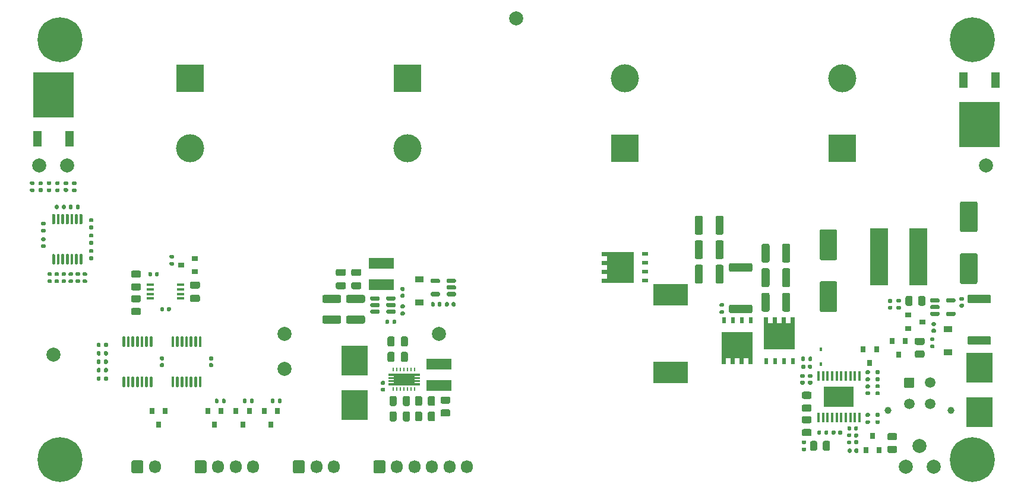
<source format=gbr>
%TF.GenerationSoftware,KiCad,Pcbnew,5.1.9*%
%TF.CreationDate,2021-03-01T17:24:21+00:00*%
%TF.ProjectId,TSAL,5453414c-2e6b-4696-9361-645f70636258,rev?*%
%TF.SameCoordinates,PX42c1d80PY42c1d80*%
%TF.FileFunction,Soldermask,Top*%
%TF.FilePolarity,Negative*%
%FSLAX46Y46*%
G04 Gerber Fmt 4.6, Leading zero omitted, Abs format (unit mm)*
G04 Created by KiCad (PCBNEW 5.1.9) date 2021-03-01 17:24:21*
%MOMM*%
%LPD*%
G01*
G04 APERTURE LIST*
%ADD10C,0.010000*%
%ADD11O,1.700000X1.850000*%
%ADD12C,6.400000*%
%ADD13C,4.000000*%
%ADD14R,4.000000X4.000000*%
%ADD15R,1.200000X0.900000*%
%ADD16R,0.450000X0.600000*%
%ADD17C,1.500000*%
%ADD18C,1.000000*%
%ADD19R,3.600000X1.500000*%
%ADD20R,2.600000X8.200000*%
%ADD21R,5.000000X3.100000*%
%ADD22R,0.800000X0.900000*%
%ADD23R,0.900000X0.800000*%
%ADD24C,0.100000*%
%ADD25R,0.500000X0.850000*%
%ADD26R,0.850000X0.500000*%
%ADD27R,5.800000X6.400000*%
%ADD28R,1.200000X2.200000*%
%ADD29C,2.000000*%
%ADD30R,1.100000X0.400000*%
%ADD31R,4.200000X3.000000*%
%ADD32R,0.450000X1.450000*%
%ADD33O,0.240000X0.600000*%
%ADD34R,3.810000X4.240000*%
G04 APERTURE END LIST*
D10*
%TO.C,U5*%
G36*
X51800000Y-54290000D02*
G01*
X51800000Y-54090000D01*
X52575000Y-54090000D01*
X52575000Y-53830000D01*
X51800000Y-53830000D01*
X51800000Y-53630000D01*
X52575000Y-53630000D01*
X52575000Y-53370000D01*
X51800000Y-53370000D01*
X51800000Y-53170000D01*
X52575000Y-53170000D01*
X52575000Y-52910000D01*
X51800000Y-52910000D01*
X51800000Y-52710000D01*
X56200000Y-52710000D01*
X56200000Y-52910000D01*
X55425000Y-52910000D01*
X55425000Y-53170000D01*
X56200000Y-53170000D01*
X56200000Y-53370000D01*
X55425000Y-53370000D01*
X55425000Y-53630000D01*
X56200000Y-53630000D01*
X56200000Y-53830000D01*
X55425000Y-53830000D01*
X55425000Y-54090000D01*
X56200000Y-54090000D01*
X56200000Y-54290000D01*
X51800000Y-54290000D01*
G37*
X51800000Y-54290000D02*
X51800000Y-54090000D01*
X52575000Y-54090000D01*
X52575000Y-53830000D01*
X51800000Y-53830000D01*
X51800000Y-53630000D01*
X52575000Y-53630000D01*
X52575000Y-53370000D01*
X51800000Y-53370000D01*
X51800000Y-53170000D01*
X52575000Y-53170000D01*
X52575000Y-52910000D01*
X51800000Y-52910000D01*
X51800000Y-52710000D01*
X56200000Y-52710000D01*
X56200000Y-52910000D01*
X55425000Y-52910000D01*
X55425000Y-53170000D01*
X56200000Y-53170000D01*
X56200000Y-53370000D01*
X55425000Y-53370000D01*
X55425000Y-53630000D01*
X56200000Y-53630000D01*
X56200000Y-53830000D01*
X55425000Y-53830000D01*
X55425000Y-54090000D01*
X56200000Y-54090000D01*
X56200000Y-54290000D01*
X51800000Y-54290000D01*
%TD*%
D11*
%TO.C,J5*%
X18500000Y-66000000D03*
G36*
G01*
X15150000Y-66675000D02*
X15150000Y-65325000D01*
G75*
G02*
X15400000Y-65075000I250000J0D01*
G01*
X16600000Y-65075000D01*
G75*
G02*
X16850000Y-65325000I0J-250000D01*
G01*
X16850000Y-66675000D01*
G75*
G02*
X16600000Y-66925000I-250000J0D01*
G01*
X15400000Y-66925000D01*
G75*
G02*
X15150000Y-66675000I0J250000D01*
G01*
G37*
%TD*%
D12*
%TO.C,H1*%
X5000000Y-5000000D03*
%TD*%
%TO.C,H2*%
X135000000Y-5000000D03*
%TD*%
%TO.C,H3*%
X5000000Y-65000000D03*
%TD*%
%TO.C,H4*%
X135000000Y-65000000D03*
%TD*%
%TO.C,C1*%
G36*
G01*
X19330000Y-51200000D02*
X19670000Y-51200000D01*
G75*
G02*
X19810000Y-51340000I0J-140000D01*
G01*
X19810000Y-51620000D01*
G75*
G02*
X19670000Y-51760000I-140000J0D01*
G01*
X19330000Y-51760000D01*
G75*
G02*
X19190000Y-51620000I0J140000D01*
G01*
X19190000Y-51340000D01*
G75*
G02*
X19330000Y-51200000I140000J0D01*
G01*
G37*
G36*
G01*
X19330000Y-50240000D02*
X19670000Y-50240000D01*
G75*
G02*
X19810000Y-50380000I0J-140000D01*
G01*
X19810000Y-50660000D01*
G75*
G02*
X19670000Y-50800000I-140000J0D01*
G01*
X19330000Y-50800000D01*
G75*
G02*
X19190000Y-50660000I0J140000D01*
G01*
X19190000Y-50380000D01*
G75*
G02*
X19330000Y-50240000I140000J0D01*
G01*
G37*
%TD*%
%TO.C,C2*%
G36*
G01*
X26330000Y-51200000D02*
X26670000Y-51200000D01*
G75*
G02*
X26810000Y-51340000I0J-140000D01*
G01*
X26810000Y-51620000D01*
G75*
G02*
X26670000Y-51760000I-140000J0D01*
G01*
X26330000Y-51760000D01*
G75*
G02*
X26190000Y-51620000I0J140000D01*
G01*
X26190000Y-51340000D01*
G75*
G02*
X26330000Y-51200000I140000J0D01*
G01*
G37*
G36*
G01*
X26330000Y-50240000D02*
X26670000Y-50240000D01*
G75*
G02*
X26810000Y-50380000I0J-140000D01*
G01*
X26810000Y-50660000D01*
G75*
G02*
X26670000Y-50800000I-140000J0D01*
G01*
X26330000Y-50800000D01*
G75*
G02*
X26190000Y-50660000I0J140000D01*
G01*
X26190000Y-50380000D01*
G75*
G02*
X26330000Y-50240000I140000J0D01*
G01*
G37*
%TD*%
%TO.C,C3*%
G36*
G01*
X20200000Y-43670000D02*
X20200000Y-43330000D01*
G75*
G02*
X20340000Y-43190000I140000J0D01*
G01*
X20620000Y-43190000D01*
G75*
G02*
X20760000Y-43330000I0J-140000D01*
G01*
X20760000Y-43670000D01*
G75*
G02*
X20620000Y-43810000I-140000J0D01*
G01*
X20340000Y-43810000D01*
G75*
G02*
X20200000Y-43670000I0J140000D01*
G01*
G37*
G36*
G01*
X19240000Y-43670000D02*
X19240000Y-43330000D01*
G75*
G02*
X19380000Y-43190000I140000J0D01*
G01*
X19660000Y-43190000D01*
G75*
G02*
X19800000Y-43330000I0J-140000D01*
G01*
X19800000Y-43670000D01*
G75*
G02*
X19660000Y-43810000I-140000J0D01*
G01*
X19380000Y-43810000D01*
G75*
G02*
X19240000Y-43670000I0J140000D01*
G01*
G37*
%TD*%
%TO.C,C4*%
G36*
G01*
X18500000Y-38670000D02*
X18500000Y-38330000D01*
G75*
G02*
X18640000Y-38190000I140000J0D01*
G01*
X18920000Y-38190000D01*
G75*
G02*
X19060000Y-38330000I0J-140000D01*
G01*
X19060000Y-38670000D01*
G75*
G02*
X18920000Y-38810000I-140000J0D01*
G01*
X18640000Y-38810000D01*
G75*
G02*
X18500000Y-38670000I0J140000D01*
G01*
G37*
G36*
G01*
X17540000Y-38670000D02*
X17540000Y-38330000D01*
G75*
G02*
X17680000Y-38190000I140000J0D01*
G01*
X17960000Y-38190000D01*
G75*
G02*
X18100000Y-38330000I0J-140000D01*
G01*
X18100000Y-38670000D01*
G75*
G02*
X17960000Y-38810000I-140000J0D01*
G01*
X17680000Y-38810000D01*
G75*
G02*
X17540000Y-38670000I0J140000D01*
G01*
G37*
%TD*%
%TO.C,C5*%
G36*
G01*
X23725000Y-41450000D02*
X24675000Y-41450000D01*
G75*
G02*
X24925000Y-41700000I0J-250000D01*
G01*
X24925000Y-42200000D01*
G75*
G02*
X24675000Y-42450000I-250000J0D01*
G01*
X23725000Y-42450000D01*
G75*
G02*
X23475000Y-42200000I0J250000D01*
G01*
X23475000Y-41700000D01*
G75*
G02*
X23725000Y-41450000I250000J0D01*
G01*
G37*
G36*
G01*
X23725000Y-39550000D02*
X24675000Y-39550000D01*
G75*
G02*
X24925000Y-39800000I0J-250000D01*
G01*
X24925000Y-40300000D01*
G75*
G02*
X24675000Y-40550000I-250000J0D01*
G01*
X23725000Y-40550000D01*
G75*
G02*
X23475000Y-40300000I0J250000D01*
G01*
X23475000Y-39800000D01*
G75*
G02*
X23725000Y-39550000I250000J0D01*
G01*
G37*
%TD*%
%TO.C,C6*%
G36*
G01*
X53630000Y-41300000D02*
X53970000Y-41300000D01*
G75*
G02*
X54110000Y-41440000I0J-140000D01*
G01*
X54110000Y-41720000D01*
G75*
G02*
X53970000Y-41860000I-140000J0D01*
G01*
X53630000Y-41860000D01*
G75*
G02*
X53490000Y-41720000I0J140000D01*
G01*
X53490000Y-41440000D01*
G75*
G02*
X53630000Y-41300000I140000J0D01*
G01*
G37*
G36*
G01*
X53630000Y-40340000D02*
X53970000Y-40340000D01*
G75*
G02*
X54110000Y-40480000I0J-140000D01*
G01*
X54110000Y-40760000D01*
G75*
G02*
X53970000Y-40900000I-140000J0D01*
G01*
X53630000Y-40900000D01*
G75*
G02*
X53490000Y-40760000I0J140000D01*
G01*
X53490000Y-40480000D01*
G75*
G02*
X53630000Y-40340000I140000J0D01*
G01*
G37*
%TD*%
%TO.C,C7*%
G36*
G01*
X44800001Y-42600000D02*
X42599999Y-42600000D01*
G75*
G02*
X42350000Y-42350001I0J249999D01*
G01*
X42350000Y-41699999D01*
G75*
G02*
X42599999Y-41450000I249999J0D01*
G01*
X44800001Y-41450000D01*
G75*
G02*
X45050000Y-41699999I0J-249999D01*
G01*
X45050000Y-42350001D01*
G75*
G02*
X44800001Y-42600000I-249999J0D01*
G01*
G37*
G36*
G01*
X44800001Y-45550000D02*
X42599999Y-45550000D01*
G75*
G02*
X42350000Y-45300001I0J249999D01*
G01*
X42350000Y-44649999D01*
G75*
G02*
X42599999Y-44400000I249999J0D01*
G01*
X44800001Y-44400000D01*
G75*
G02*
X45050000Y-44649999I0J-249999D01*
G01*
X45050000Y-45300001D01*
G75*
G02*
X44800001Y-45550000I-249999J0D01*
G01*
G37*
%TD*%
%TO.C,C8*%
G36*
G01*
X48200001Y-42600000D02*
X45999999Y-42600000D01*
G75*
G02*
X45750000Y-42350001I0J249999D01*
G01*
X45750000Y-41699999D01*
G75*
G02*
X45999999Y-41450000I249999J0D01*
G01*
X48200001Y-41450000D01*
G75*
G02*
X48450000Y-41699999I0J-249999D01*
G01*
X48450000Y-42350001D01*
G75*
G02*
X48200001Y-42600000I-249999J0D01*
G01*
G37*
G36*
G01*
X48200001Y-45550000D02*
X45999999Y-45550000D01*
G75*
G02*
X45750000Y-45300001I0J249999D01*
G01*
X45750000Y-44649999D01*
G75*
G02*
X45999999Y-44400000I249999J0D01*
G01*
X48200001Y-44400000D01*
G75*
G02*
X48450000Y-44649999I0J-249999D01*
G01*
X48450000Y-45300001D01*
G75*
G02*
X48200001Y-45550000I-249999J0D01*
G01*
G37*
%TD*%
%TO.C,C9*%
G36*
G01*
X46725000Y-39650000D02*
X47675000Y-39650000D01*
G75*
G02*
X47925000Y-39900000I0J-250000D01*
G01*
X47925000Y-40400000D01*
G75*
G02*
X47675000Y-40650000I-250000J0D01*
G01*
X46725000Y-40650000D01*
G75*
G02*
X46475000Y-40400000I0J250000D01*
G01*
X46475000Y-39900000D01*
G75*
G02*
X46725000Y-39650000I250000J0D01*
G01*
G37*
G36*
G01*
X46725000Y-37750000D02*
X47675000Y-37750000D01*
G75*
G02*
X47925000Y-38000000I0J-250000D01*
G01*
X47925000Y-38500000D01*
G75*
G02*
X47675000Y-38750000I-250000J0D01*
G01*
X46725000Y-38750000D01*
G75*
G02*
X46475000Y-38500000I0J250000D01*
G01*
X46475000Y-38000000D01*
G75*
G02*
X46725000Y-37750000I250000J0D01*
G01*
G37*
%TD*%
%TO.C,C10*%
G36*
G01*
X44525000Y-39650000D02*
X45475000Y-39650000D01*
G75*
G02*
X45725000Y-39900000I0J-250000D01*
G01*
X45725000Y-40400000D01*
G75*
G02*
X45475000Y-40650000I-250000J0D01*
G01*
X44525000Y-40650000D01*
G75*
G02*
X44275000Y-40400000I0J250000D01*
G01*
X44275000Y-39900000D01*
G75*
G02*
X44525000Y-39650000I250000J0D01*
G01*
G37*
G36*
G01*
X44525000Y-37750000D02*
X45475000Y-37750000D01*
G75*
G02*
X45725000Y-38000000I0J-250000D01*
G01*
X45725000Y-38500000D01*
G75*
G02*
X45475000Y-38750000I-250000J0D01*
G01*
X44525000Y-38750000D01*
G75*
G02*
X44275000Y-38500000I0J250000D01*
G01*
X44275000Y-38000000D01*
G75*
G02*
X44525000Y-37750000I250000J0D01*
G01*
G37*
%TD*%
%TO.C,C11*%
G36*
G01*
X52650000Y-47625000D02*
X52650000Y-48575000D01*
G75*
G02*
X52400000Y-48825000I-250000J0D01*
G01*
X51900000Y-48825000D01*
G75*
G02*
X51650000Y-48575000I0J250000D01*
G01*
X51650000Y-47625000D01*
G75*
G02*
X51900000Y-47375000I250000J0D01*
G01*
X52400000Y-47375000D01*
G75*
G02*
X52650000Y-47625000I0J-250000D01*
G01*
G37*
G36*
G01*
X54550000Y-47625000D02*
X54550000Y-48575000D01*
G75*
G02*
X54300000Y-48825000I-250000J0D01*
G01*
X53800000Y-48825000D01*
G75*
G02*
X53550000Y-48575000I0J250000D01*
G01*
X53550000Y-47625000D01*
G75*
G02*
X53800000Y-47375000I250000J0D01*
G01*
X54300000Y-47375000D01*
G75*
G02*
X54550000Y-47625000I0J-250000D01*
G01*
G37*
%TD*%
%TO.C,C12*%
G36*
G01*
X52650000Y-49825000D02*
X52650000Y-50775000D01*
G75*
G02*
X52400000Y-51025000I-250000J0D01*
G01*
X51900000Y-51025000D01*
G75*
G02*
X51650000Y-50775000I0J250000D01*
G01*
X51650000Y-49825000D01*
G75*
G02*
X51900000Y-49575000I250000J0D01*
G01*
X52400000Y-49575000D01*
G75*
G02*
X52650000Y-49825000I0J-250000D01*
G01*
G37*
G36*
G01*
X54550000Y-49825000D02*
X54550000Y-50775000D01*
G75*
G02*
X54300000Y-51025000I-250000J0D01*
G01*
X53800000Y-51025000D01*
G75*
G02*
X53550000Y-50775000I0J250000D01*
G01*
X53550000Y-49825000D01*
G75*
G02*
X53800000Y-49575000I250000J0D01*
G01*
X54300000Y-49575000D01*
G75*
G02*
X54550000Y-49825000I0J-250000D01*
G01*
G37*
%TD*%
%TO.C,C13*%
G36*
G01*
X52950000Y-56125000D02*
X52950000Y-57075000D01*
G75*
G02*
X52700000Y-57325000I-250000J0D01*
G01*
X52200000Y-57325000D01*
G75*
G02*
X51950000Y-57075000I0J250000D01*
G01*
X51950000Y-56125000D01*
G75*
G02*
X52200000Y-55875000I250000J0D01*
G01*
X52700000Y-55875000D01*
G75*
G02*
X52950000Y-56125000I0J-250000D01*
G01*
G37*
G36*
G01*
X54850000Y-56125000D02*
X54850000Y-57075000D01*
G75*
G02*
X54600000Y-57325000I-250000J0D01*
G01*
X54100000Y-57325000D01*
G75*
G02*
X53850000Y-57075000I0J250000D01*
G01*
X53850000Y-56125000D01*
G75*
G02*
X54100000Y-55875000I250000J0D01*
G01*
X54600000Y-55875000D01*
G75*
G02*
X54850000Y-56125000I0J-250000D01*
G01*
G37*
%TD*%
%TO.C,C14*%
G36*
G01*
X52950000Y-58325000D02*
X52950000Y-59275000D01*
G75*
G02*
X52700000Y-59525000I-250000J0D01*
G01*
X52200000Y-59525000D01*
G75*
G02*
X51950000Y-59275000I0J250000D01*
G01*
X51950000Y-58325000D01*
G75*
G02*
X52200000Y-58075000I250000J0D01*
G01*
X52700000Y-58075000D01*
G75*
G02*
X52950000Y-58325000I0J-250000D01*
G01*
G37*
G36*
G01*
X54850000Y-58325000D02*
X54850000Y-59275000D01*
G75*
G02*
X54600000Y-59525000I-250000J0D01*
G01*
X54100000Y-59525000D01*
G75*
G02*
X53850000Y-59275000I0J250000D01*
G01*
X53850000Y-58325000D01*
G75*
G02*
X54100000Y-58075000I250000J0D01*
G01*
X54600000Y-58075000D01*
G75*
G02*
X54850000Y-58325000I0J-250000D01*
G01*
G37*
%TD*%
%TO.C,C15*%
G36*
G01*
X51170000Y-54300000D02*
X50830000Y-54300000D01*
G75*
G02*
X50690000Y-54160000I0J140000D01*
G01*
X50690000Y-53880000D01*
G75*
G02*
X50830000Y-53740000I140000J0D01*
G01*
X51170000Y-53740000D01*
G75*
G02*
X51310000Y-53880000I0J-140000D01*
G01*
X51310000Y-54160000D01*
G75*
G02*
X51170000Y-54300000I-140000J0D01*
G01*
G37*
G36*
G01*
X51170000Y-55260000D02*
X50830000Y-55260000D01*
G75*
G02*
X50690000Y-55120000I0J140000D01*
G01*
X50690000Y-54840000D01*
G75*
G02*
X50830000Y-54700000I140000J0D01*
G01*
X51170000Y-54700000D01*
G75*
G02*
X51310000Y-54840000I0J-140000D01*
G01*
X51310000Y-55120000D01*
G75*
G02*
X51170000Y-55260000I-140000J0D01*
G01*
G37*
%TD*%
%TO.C,C16*%
G36*
G01*
X60400000Y-42630000D02*
X60400000Y-42970000D01*
G75*
G02*
X60260000Y-43110000I-140000J0D01*
G01*
X59980000Y-43110000D01*
G75*
G02*
X59840000Y-42970000I0J140000D01*
G01*
X59840000Y-42630000D01*
G75*
G02*
X59980000Y-42490000I140000J0D01*
G01*
X60260000Y-42490000D01*
G75*
G02*
X60400000Y-42630000I0J-140000D01*
G01*
G37*
G36*
G01*
X61360000Y-42630000D02*
X61360000Y-42970000D01*
G75*
G02*
X61220000Y-43110000I-140000J0D01*
G01*
X60940000Y-43110000D01*
G75*
G02*
X60800000Y-42970000I0J140000D01*
G01*
X60800000Y-42630000D01*
G75*
G02*
X60940000Y-42490000I140000J0D01*
G01*
X61220000Y-42490000D01*
G75*
G02*
X61360000Y-42630000I0J-140000D01*
G01*
G37*
%TD*%
%TO.C,C17*%
G36*
G01*
X58800000Y-42970000D02*
X58800000Y-42630000D01*
G75*
G02*
X58940000Y-42490000I140000J0D01*
G01*
X59220000Y-42490000D01*
G75*
G02*
X59360000Y-42630000I0J-140000D01*
G01*
X59360000Y-42970000D01*
G75*
G02*
X59220000Y-43110000I-140000J0D01*
G01*
X58940000Y-43110000D01*
G75*
G02*
X58800000Y-42970000I0J140000D01*
G01*
G37*
G36*
G01*
X57840000Y-42970000D02*
X57840000Y-42630000D01*
G75*
G02*
X57980000Y-42490000I140000J0D01*
G01*
X58260000Y-42490000D01*
G75*
G02*
X58400000Y-42630000I0J-140000D01*
G01*
X58400000Y-42970000D01*
G75*
G02*
X58260000Y-43110000I-140000J0D01*
G01*
X57980000Y-43110000D01*
G75*
G02*
X57840000Y-42970000I0J140000D01*
G01*
G37*
%TD*%
%TO.C,C18*%
G36*
G01*
X135500000Y-32500000D02*
X133500000Y-32500000D01*
G75*
G02*
X133250000Y-32250000I0J250000D01*
G01*
X133250000Y-28350000D01*
G75*
G02*
X133500000Y-28100000I250000J0D01*
G01*
X135500000Y-28100000D01*
G75*
G02*
X135750000Y-28350000I0J-250000D01*
G01*
X135750000Y-32250000D01*
G75*
G02*
X135500000Y-32500000I-250000J0D01*
G01*
G37*
G36*
G01*
X135500000Y-39900000D02*
X133500000Y-39900000D01*
G75*
G02*
X133250000Y-39650000I0J250000D01*
G01*
X133250000Y-35750000D01*
G75*
G02*
X133500000Y-35500000I250000J0D01*
G01*
X135500000Y-35500000D01*
G75*
G02*
X135750000Y-35750000I0J-250000D01*
G01*
X135750000Y-39650000D01*
G75*
G02*
X135500000Y-39900000I-250000J0D01*
G01*
G37*
%TD*%
%TO.C,C19*%
G36*
G01*
X115500000Y-36500000D02*
X113500000Y-36500000D01*
G75*
G02*
X113250000Y-36250000I0J250000D01*
G01*
X113250000Y-32350000D01*
G75*
G02*
X113500000Y-32100000I250000J0D01*
G01*
X115500000Y-32100000D01*
G75*
G02*
X115750000Y-32350000I0J-250000D01*
G01*
X115750000Y-36250000D01*
G75*
G02*
X115500000Y-36500000I-250000J0D01*
G01*
G37*
G36*
G01*
X115500000Y-43900000D02*
X113500000Y-43900000D01*
G75*
G02*
X113250000Y-43650000I0J250000D01*
G01*
X113250000Y-39750000D01*
G75*
G02*
X113500000Y-39500000I250000J0D01*
G01*
X115500000Y-39500000D01*
G75*
G02*
X115750000Y-39750000I0J-250000D01*
G01*
X115750000Y-43650000D01*
G75*
G02*
X115500000Y-43900000I-250000J0D01*
G01*
G37*
%TD*%
%TO.C,C20*%
G36*
G01*
X133330000Y-42700000D02*
X133670000Y-42700000D01*
G75*
G02*
X133810000Y-42840000I0J-140000D01*
G01*
X133810000Y-43120000D01*
G75*
G02*
X133670000Y-43260000I-140000J0D01*
G01*
X133330000Y-43260000D01*
G75*
G02*
X133190000Y-43120000I0J140000D01*
G01*
X133190000Y-42840000D01*
G75*
G02*
X133330000Y-42700000I140000J0D01*
G01*
G37*
G36*
G01*
X133330000Y-41740000D02*
X133670000Y-41740000D01*
G75*
G02*
X133810000Y-41880000I0J-140000D01*
G01*
X133810000Y-42160000D01*
G75*
G02*
X133670000Y-42300000I-140000J0D01*
G01*
X133330000Y-42300000D01*
G75*
G02*
X133190000Y-42160000I0J140000D01*
G01*
X133190000Y-41880000D01*
G75*
G02*
X133330000Y-41740000I140000J0D01*
G01*
G37*
%TD*%
%TO.C,C22*%
G36*
G01*
X106100000Y-41399999D02*
X106100000Y-43600001D01*
G75*
G02*
X105850001Y-43850000I-249999J0D01*
G01*
X105199999Y-43850000D01*
G75*
G02*
X104950000Y-43600001I0J249999D01*
G01*
X104950000Y-41399999D01*
G75*
G02*
X105199999Y-41150000I249999J0D01*
G01*
X105850001Y-41150000D01*
G75*
G02*
X106100000Y-41399999I0J-249999D01*
G01*
G37*
G36*
G01*
X109050000Y-41399999D02*
X109050000Y-43600001D01*
G75*
G02*
X108800001Y-43850000I-249999J0D01*
G01*
X108149999Y-43850000D01*
G75*
G02*
X107900000Y-43600001I0J249999D01*
G01*
X107900000Y-41399999D01*
G75*
G02*
X108149999Y-41150000I249999J0D01*
G01*
X108800001Y-41150000D01*
G75*
G02*
X109050000Y-41399999I0J-249999D01*
G01*
G37*
%TD*%
%TO.C,C23*%
G36*
G01*
X106100000Y-37899999D02*
X106100000Y-40100001D01*
G75*
G02*
X105850001Y-40350000I-249999J0D01*
G01*
X105199999Y-40350000D01*
G75*
G02*
X104950000Y-40100001I0J249999D01*
G01*
X104950000Y-37899999D01*
G75*
G02*
X105199999Y-37650000I249999J0D01*
G01*
X105850001Y-37650000D01*
G75*
G02*
X106100000Y-37899999I0J-249999D01*
G01*
G37*
G36*
G01*
X109050000Y-37899999D02*
X109050000Y-40100001D01*
G75*
G02*
X108800001Y-40350000I-249999J0D01*
G01*
X108149999Y-40350000D01*
G75*
G02*
X107900000Y-40100001I0J249999D01*
G01*
X107900000Y-37899999D01*
G75*
G02*
X108149999Y-37650000I249999J0D01*
G01*
X108800001Y-37650000D01*
G75*
G02*
X109050000Y-37899999I0J-249999D01*
G01*
G37*
%TD*%
%TO.C,C24*%
G36*
G01*
X106100000Y-34399999D02*
X106100000Y-36600001D01*
G75*
G02*
X105850001Y-36850000I-249999J0D01*
G01*
X105199999Y-36850000D01*
G75*
G02*
X104950000Y-36600001I0J249999D01*
G01*
X104950000Y-34399999D01*
G75*
G02*
X105199999Y-34150000I249999J0D01*
G01*
X105850001Y-34150000D01*
G75*
G02*
X106100000Y-34399999I0J-249999D01*
G01*
G37*
G36*
G01*
X109050000Y-34399999D02*
X109050000Y-36600001D01*
G75*
G02*
X108800001Y-36850000I-249999J0D01*
G01*
X108149999Y-36850000D01*
G75*
G02*
X107900000Y-36600001I0J249999D01*
G01*
X107900000Y-34399999D01*
G75*
G02*
X108149999Y-34150000I249999J0D01*
G01*
X108800001Y-34150000D01*
G75*
G02*
X109050000Y-34399999I0J-249999D01*
G01*
G37*
%TD*%
%TO.C,C26*%
G36*
G01*
X117750000Y-60330000D02*
X117750000Y-60670000D01*
G75*
G02*
X117610000Y-60810000I-140000J0D01*
G01*
X117330000Y-60810000D01*
G75*
G02*
X117190000Y-60670000I0J140000D01*
G01*
X117190000Y-60330000D01*
G75*
G02*
X117330000Y-60190000I140000J0D01*
G01*
X117610000Y-60190000D01*
G75*
G02*
X117750000Y-60330000I0J-140000D01*
G01*
G37*
G36*
G01*
X118710000Y-60330000D02*
X118710000Y-60670000D01*
G75*
G02*
X118570000Y-60810000I-140000J0D01*
G01*
X118290000Y-60810000D01*
G75*
G02*
X118150000Y-60670000I0J140000D01*
G01*
X118150000Y-60330000D01*
G75*
G02*
X118290000Y-60190000I140000J0D01*
G01*
X118570000Y-60190000D01*
G75*
G02*
X118710000Y-60330000I0J-140000D01*
G01*
G37*
%TD*%
%TO.C,C28*%
G36*
G01*
X118280000Y-62200000D02*
X118620000Y-62200000D01*
G75*
G02*
X118760000Y-62340000I0J-140000D01*
G01*
X118760000Y-62620000D01*
G75*
G02*
X118620000Y-62760000I-140000J0D01*
G01*
X118280000Y-62760000D01*
G75*
G02*
X118140000Y-62620000I0J140000D01*
G01*
X118140000Y-62340000D01*
G75*
G02*
X118280000Y-62200000I140000J0D01*
G01*
G37*
G36*
G01*
X118280000Y-61240000D02*
X118620000Y-61240000D01*
G75*
G02*
X118760000Y-61380000I0J-140000D01*
G01*
X118760000Y-61660000D01*
G75*
G02*
X118620000Y-61800000I-140000J0D01*
G01*
X118280000Y-61800000D01*
G75*
G02*
X118140000Y-61660000I0J140000D01*
G01*
X118140000Y-61380000D01*
G75*
G02*
X118280000Y-61240000I140000J0D01*
G01*
G37*
%TD*%
%TO.C,C29*%
G36*
G01*
X98400000Y-39600001D02*
X98400000Y-37399999D01*
G75*
G02*
X98649999Y-37150000I249999J0D01*
G01*
X99300001Y-37150000D01*
G75*
G02*
X99550000Y-37399999I0J-249999D01*
G01*
X99550000Y-39600001D01*
G75*
G02*
X99300001Y-39850000I-249999J0D01*
G01*
X98649999Y-39850000D01*
G75*
G02*
X98400000Y-39600001I0J249999D01*
G01*
G37*
G36*
G01*
X95450000Y-39600001D02*
X95450000Y-37399999D01*
G75*
G02*
X95699999Y-37150000I249999J0D01*
G01*
X96350001Y-37150000D01*
G75*
G02*
X96600000Y-37399999I0J-249999D01*
G01*
X96600000Y-39600001D01*
G75*
G02*
X96350001Y-39850000I-249999J0D01*
G01*
X95699999Y-39850000D01*
G75*
G02*
X95450000Y-39600001I0J249999D01*
G01*
G37*
%TD*%
%TO.C,C30*%
G36*
G01*
X98400000Y-36100001D02*
X98400000Y-33899999D01*
G75*
G02*
X98649999Y-33650000I249999J0D01*
G01*
X99300001Y-33650000D01*
G75*
G02*
X99550000Y-33899999I0J-249999D01*
G01*
X99550000Y-36100001D01*
G75*
G02*
X99300001Y-36350000I-249999J0D01*
G01*
X98649999Y-36350000D01*
G75*
G02*
X98400000Y-36100001I0J249999D01*
G01*
G37*
G36*
G01*
X95450000Y-36100001D02*
X95450000Y-33899999D01*
G75*
G02*
X95699999Y-33650000I249999J0D01*
G01*
X96350001Y-33650000D01*
G75*
G02*
X96600000Y-33899999I0J-249999D01*
G01*
X96600000Y-36100001D01*
G75*
G02*
X96350001Y-36350000I-249999J0D01*
G01*
X95699999Y-36350000D01*
G75*
G02*
X95450000Y-36100001I0J249999D01*
G01*
G37*
%TD*%
%TO.C,C31*%
G36*
G01*
X98400000Y-32600001D02*
X98400000Y-30399999D01*
G75*
G02*
X98649999Y-30150000I249999J0D01*
G01*
X99300001Y-30150000D01*
G75*
G02*
X99550000Y-30399999I0J-249999D01*
G01*
X99550000Y-32600001D01*
G75*
G02*
X99300001Y-32850000I-249999J0D01*
G01*
X98649999Y-32850000D01*
G75*
G02*
X98400000Y-32600001I0J249999D01*
G01*
G37*
G36*
G01*
X95450000Y-32600001D02*
X95450000Y-30399999D01*
G75*
G02*
X95699999Y-30150000I249999J0D01*
G01*
X96350001Y-30150000D01*
G75*
G02*
X96600000Y-30399999I0J-249999D01*
G01*
X96600000Y-32600001D01*
G75*
G02*
X96350001Y-32850000I-249999J0D01*
G01*
X95699999Y-32850000D01*
G75*
G02*
X95450000Y-32600001I0J249999D01*
G01*
G37*
%TD*%
D13*
%TO.C,C32*%
X85500000Y-10500000D03*
D14*
X85500000Y-20500000D03*
%TD*%
D13*
%TO.C,C33*%
X116500000Y-10500000D03*
D14*
X116500000Y-20500000D03*
%TD*%
%TO.C,C34*%
G36*
G01*
X115900000Y-61270000D02*
X115900000Y-60930000D01*
G75*
G02*
X116040000Y-60790000I140000J0D01*
G01*
X116320000Y-60790000D01*
G75*
G02*
X116460000Y-60930000I0J-140000D01*
G01*
X116460000Y-61270000D01*
G75*
G02*
X116320000Y-61410000I-140000J0D01*
G01*
X116040000Y-61410000D01*
G75*
G02*
X115900000Y-61270000I0J140000D01*
G01*
G37*
G36*
G01*
X114940000Y-61270000D02*
X114940000Y-60930000D01*
G75*
G02*
X115080000Y-60790000I140000J0D01*
G01*
X115360000Y-60790000D01*
G75*
G02*
X115500000Y-60930000I0J-140000D01*
G01*
X115500000Y-61270000D01*
G75*
G02*
X115360000Y-61410000I-140000J0D01*
G01*
X115080000Y-61410000D01*
G75*
G02*
X114940000Y-61270000I0J140000D01*
G01*
G37*
%TD*%
%TO.C,C37*%
G36*
G01*
X117800000Y-63530000D02*
X117800000Y-63870000D01*
G75*
G02*
X117660000Y-64010000I-140000J0D01*
G01*
X117380000Y-64010000D01*
G75*
G02*
X117240000Y-63870000I0J140000D01*
G01*
X117240000Y-63530000D01*
G75*
G02*
X117380000Y-63390000I140000J0D01*
G01*
X117660000Y-63390000D01*
G75*
G02*
X117800000Y-63530000I0J-140000D01*
G01*
G37*
G36*
G01*
X118760000Y-63530000D02*
X118760000Y-63870000D01*
G75*
G02*
X118620000Y-64010000I-140000J0D01*
G01*
X118340000Y-64010000D01*
G75*
G02*
X118200000Y-63870000I0J140000D01*
G01*
X118200000Y-63530000D01*
G75*
G02*
X118340000Y-63390000I140000J0D01*
G01*
X118620000Y-63390000D01*
G75*
G02*
X118760000Y-63530000I0J-140000D01*
G01*
G37*
%TD*%
%TO.C,C39*%
G36*
G01*
X5630000Y-26200000D02*
X5970000Y-26200000D01*
G75*
G02*
X6110000Y-26340000I0J-140000D01*
G01*
X6110000Y-26620000D01*
G75*
G02*
X5970000Y-26760000I-140000J0D01*
G01*
X5630000Y-26760000D01*
G75*
G02*
X5490000Y-26620000I0J140000D01*
G01*
X5490000Y-26340000D01*
G75*
G02*
X5630000Y-26200000I140000J0D01*
G01*
G37*
G36*
G01*
X5630000Y-25240000D02*
X5970000Y-25240000D01*
G75*
G02*
X6110000Y-25380000I0J-140000D01*
G01*
X6110000Y-25660000D01*
G75*
G02*
X5970000Y-25800000I-140000J0D01*
G01*
X5630000Y-25800000D01*
G75*
G02*
X5490000Y-25660000I0J140000D01*
G01*
X5490000Y-25380000D01*
G75*
G02*
X5630000Y-25240000I140000J0D01*
G01*
G37*
%TD*%
%TO.C,C40*%
G36*
G01*
X2030000Y-26200000D02*
X2370000Y-26200000D01*
G75*
G02*
X2510000Y-26340000I0J-140000D01*
G01*
X2510000Y-26620000D01*
G75*
G02*
X2370000Y-26760000I-140000J0D01*
G01*
X2030000Y-26760000D01*
G75*
G02*
X1890000Y-26620000I0J140000D01*
G01*
X1890000Y-26340000D01*
G75*
G02*
X2030000Y-26200000I140000J0D01*
G01*
G37*
G36*
G01*
X2030000Y-25240000D02*
X2370000Y-25240000D01*
G75*
G02*
X2510000Y-25380000I0J-140000D01*
G01*
X2510000Y-25660000D01*
G75*
G02*
X2370000Y-25800000I-140000J0D01*
G01*
X2030000Y-25800000D01*
G75*
G02*
X1890000Y-25660000I0J140000D01*
G01*
X1890000Y-25380000D01*
G75*
G02*
X2030000Y-25240000I140000J0D01*
G01*
G37*
%TD*%
%TO.C,C42*%
G36*
G01*
X2770000Y-33800000D02*
X2430000Y-33800000D01*
G75*
G02*
X2290000Y-33660000I0J140000D01*
G01*
X2290000Y-33380000D01*
G75*
G02*
X2430000Y-33240000I140000J0D01*
G01*
X2770000Y-33240000D01*
G75*
G02*
X2910000Y-33380000I0J-140000D01*
G01*
X2910000Y-33660000D01*
G75*
G02*
X2770000Y-33800000I-140000J0D01*
G01*
G37*
G36*
G01*
X2770000Y-34760000D02*
X2430000Y-34760000D01*
G75*
G02*
X2290000Y-34620000I0J140000D01*
G01*
X2290000Y-34340000D01*
G75*
G02*
X2430000Y-34200000I140000J0D01*
G01*
X2770000Y-34200000D01*
G75*
G02*
X2910000Y-34340000I0J-140000D01*
G01*
X2910000Y-34620000D01*
G75*
G02*
X2770000Y-34760000I-140000J0D01*
G01*
G37*
%TD*%
%TO.C,C43*%
G36*
G01*
X129670000Y-45900000D02*
X129330000Y-45900000D01*
G75*
G02*
X129190000Y-45760000I0J140000D01*
G01*
X129190000Y-45480000D01*
G75*
G02*
X129330000Y-45340000I140000J0D01*
G01*
X129670000Y-45340000D01*
G75*
G02*
X129810000Y-45480000I0J-140000D01*
G01*
X129810000Y-45760000D01*
G75*
G02*
X129670000Y-45900000I-140000J0D01*
G01*
G37*
G36*
G01*
X129670000Y-46860000D02*
X129330000Y-46860000D01*
G75*
G02*
X129190000Y-46720000I0J140000D01*
G01*
X129190000Y-46440000D01*
G75*
G02*
X129330000Y-46300000I140000J0D01*
G01*
X129670000Y-46300000D01*
G75*
G02*
X129810000Y-46440000I0J-140000D01*
G01*
X129810000Y-46720000D01*
G75*
G02*
X129670000Y-46860000I-140000J0D01*
G01*
G37*
%TD*%
D15*
%TO.C,D1*%
X56200000Y-39250000D03*
X56200000Y-42550000D03*
%TD*%
%TO.C,D2*%
X131500000Y-49650000D03*
X131500000Y-46350000D03*
%TD*%
D16*
%TO.C,D3*%
X113400000Y-49250000D03*
X113400000Y-51350000D03*
%TD*%
D17*
%TO.C,J1*%
X129000000Y-57000000D03*
X126000000Y-57000000D03*
X129000000Y-54000000D03*
G36*
G01*
X125250000Y-54500000D02*
X125250000Y-53500000D01*
G75*
G02*
X125500000Y-53250000I250000J0D01*
G01*
X126500000Y-53250000D01*
G75*
G02*
X126750000Y-53500000I0J-250000D01*
G01*
X126750000Y-54500000D01*
G75*
G02*
X126500000Y-54750000I-250000J0D01*
G01*
X125500000Y-54750000D01*
G75*
G02*
X125250000Y-54500000I0J250000D01*
G01*
G37*
D18*
X132000000Y-57940000D03*
X123000000Y-57940000D03*
%TD*%
D11*
%TO.C,J3*%
X32500000Y-66000000D03*
X30000000Y-66000000D03*
X27500000Y-66000000D03*
G36*
G01*
X24150000Y-66675000D02*
X24150000Y-65325000D01*
G75*
G02*
X24400000Y-65075000I250000J0D01*
G01*
X25600000Y-65075000D01*
G75*
G02*
X25850000Y-65325000I0J-250000D01*
G01*
X25850000Y-66675000D01*
G75*
G02*
X25600000Y-66925000I-250000J0D01*
G01*
X24400000Y-66925000D01*
G75*
G02*
X24150000Y-66675000I0J250000D01*
G01*
G37*
%TD*%
%TO.C,J4*%
X63000000Y-66000000D03*
X60500000Y-66000000D03*
X58000000Y-66000000D03*
X55500000Y-66000000D03*
X53000000Y-66000000D03*
G36*
G01*
X49650000Y-66675000D02*
X49650000Y-65325000D01*
G75*
G02*
X49900000Y-65075000I250000J0D01*
G01*
X51100000Y-65075000D01*
G75*
G02*
X51350000Y-65325000I0J-250000D01*
G01*
X51350000Y-66675000D01*
G75*
G02*
X51100000Y-66925000I-250000J0D01*
G01*
X49900000Y-66925000D01*
G75*
G02*
X49650000Y-66675000I0J250000D01*
G01*
G37*
%TD*%
D19*
%TO.C,L2*%
X50800000Y-36975000D03*
X50800000Y-40025000D03*
%TD*%
D20*
%TO.C,L3*%
X121700000Y-36000000D03*
X127300000Y-36000000D03*
%TD*%
D21*
%TO.C,L4*%
X92000000Y-41450000D03*
X92000000Y-52550000D03*
%TD*%
D22*
%TO.C,Q1*%
X35000000Y-60000000D03*
X34050000Y-58000000D03*
X35950000Y-58000000D03*
%TD*%
%TO.C,Q2*%
X27000000Y-60000000D03*
X26050000Y-58000000D03*
X27950000Y-58000000D03*
%TD*%
%TO.C,Q3*%
X31000000Y-60000000D03*
X30050000Y-58000000D03*
X31950000Y-58000000D03*
%TD*%
D23*
%TO.C,Q4*%
X22200000Y-37200000D03*
X24200000Y-36250000D03*
X24200000Y-38150000D03*
%TD*%
D22*
%TO.C,Q5*%
X19000000Y-60000000D03*
X18050000Y-58000000D03*
X19950000Y-58000000D03*
%TD*%
D24*
%TO.C,Q6*%
G36*
X105895000Y-44675000D02*
G01*
X105895000Y-45475000D01*
X106565000Y-45475000D01*
X106565000Y-44675000D01*
X107165000Y-44675000D01*
X107165000Y-45475000D01*
X107835000Y-45475000D01*
X107835000Y-44675000D01*
X108435000Y-44675000D01*
X108435000Y-45475000D01*
X109105000Y-45475000D01*
X109105000Y-44675000D01*
X109705000Y-44675000D01*
X109705000Y-49225000D01*
X105295000Y-49225000D01*
X105295000Y-44675000D01*
X105895000Y-44675000D01*
G37*
D25*
X109405000Y-50900000D03*
X108135000Y-50900000D03*
X106865000Y-50900000D03*
X105595000Y-50900000D03*
%TD*%
D24*
%TO.C,Q7*%
G36*
X82175000Y-39105000D02*
G01*
X82975000Y-39105000D01*
X82975000Y-38435000D01*
X82175000Y-38435000D01*
X82175000Y-37835000D01*
X82975000Y-37835000D01*
X82975000Y-37165000D01*
X82175000Y-37165000D01*
X82175000Y-36565000D01*
X82975000Y-36565000D01*
X82975000Y-35895000D01*
X82175000Y-35895000D01*
X82175000Y-35295000D01*
X86725000Y-35295000D01*
X86725000Y-39705000D01*
X82175000Y-39705000D01*
X82175000Y-39105000D01*
G37*
D26*
X88400000Y-35595000D03*
X88400000Y-36865000D03*
X88400000Y-38135000D03*
X88400000Y-39405000D03*
%TD*%
D24*
%TO.C,Q8*%
G36*
X103105000Y-51325000D02*
G01*
X103105000Y-50525000D01*
X102435000Y-50525000D01*
X102435000Y-51325000D01*
X101835000Y-51325000D01*
X101835000Y-50525000D01*
X101165000Y-50525000D01*
X101165000Y-51325000D01*
X100565000Y-51325000D01*
X100565000Y-50525000D01*
X99895000Y-50525000D01*
X99895000Y-51325000D01*
X99295000Y-51325000D01*
X99295000Y-46775000D01*
X103705000Y-46775000D01*
X103705000Y-51325000D01*
X103105000Y-51325000D01*
G37*
D25*
X99595000Y-45100000D03*
X100865000Y-45100000D03*
X102135000Y-45100000D03*
X103405000Y-45100000D03*
%TD*%
D27*
%TO.C,Q9*%
X136000000Y-17100000D03*
D28*
X133720000Y-10800000D03*
X138280000Y-10800000D03*
%TD*%
D22*
%TO.C,Q10*%
X120800000Y-61600000D03*
X121750000Y-63600000D03*
X119850000Y-63600000D03*
%TD*%
D27*
%TO.C,Q11*%
X4000000Y-12900000D03*
D28*
X6280000Y-19200000D03*
X1720000Y-19200000D03*
%TD*%
D22*
%TO.C,Q12*%
X120400000Y-51200000D03*
X119450000Y-49200000D03*
X121350000Y-49200000D03*
%TD*%
%TO.C,R1*%
G36*
G01*
X35560000Y-56415000D02*
X35560000Y-56785000D01*
G75*
G02*
X35425000Y-56920000I-135000J0D01*
G01*
X35155000Y-56920000D01*
G75*
G02*
X35020000Y-56785000I0J135000D01*
G01*
X35020000Y-56415000D01*
G75*
G02*
X35155000Y-56280000I135000J0D01*
G01*
X35425000Y-56280000D01*
G75*
G02*
X35560000Y-56415000I0J-135000D01*
G01*
G37*
G36*
G01*
X36580000Y-56415000D02*
X36580000Y-56785000D01*
G75*
G02*
X36445000Y-56920000I-135000J0D01*
G01*
X36175000Y-56920000D01*
G75*
G02*
X36040000Y-56785000I0J135000D01*
G01*
X36040000Y-56415000D01*
G75*
G02*
X36175000Y-56280000I135000J0D01*
G01*
X36445000Y-56280000D01*
G75*
G02*
X36580000Y-56415000I0J-135000D01*
G01*
G37*
%TD*%
%TO.C,R2*%
G36*
G01*
X27560000Y-56415000D02*
X27560000Y-56785000D01*
G75*
G02*
X27425000Y-56920000I-135000J0D01*
G01*
X27155000Y-56920000D01*
G75*
G02*
X27020000Y-56785000I0J135000D01*
G01*
X27020000Y-56415000D01*
G75*
G02*
X27155000Y-56280000I135000J0D01*
G01*
X27425000Y-56280000D01*
G75*
G02*
X27560000Y-56415000I0J-135000D01*
G01*
G37*
G36*
G01*
X28580000Y-56415000D02*
X28580000Y-56785000D01*
G75*
G02*
X28445000Y-56920000I-135000J0D01*
G01*
X28175000Y-56920000D01*
G75*
G02*
X28040000Y-56785000I0J135000D01*
G01*
X28040000Y-56415000D01*
G75*
G02*
X28175000Y-56280000I135000J0D01*
G01*
X28445000Y-56280000D01*
G75*
G02*
X28580000Y-56415000I0J-135000D01*
G01*
G37*
%TD*%
%TO.C,R3*%
G36*
G01*
X16250002Y-42500000D02*
X15349998Y-42500000D01*
G75*
G02*
X15100000Y-42250002I0J249998D01*
G01*
X15100000Y-41724998D01*
G75*
G02*
X15349998Y-41475000I249998J0D01*
G01*
X16250002Y-41475000D01*
G75*
G02*
X16500000Y-41724998I0J-249998D01*
G01*
X16500000Y-42250002D01*
G75*
G02*
X16250002Y-42500000I-249998J0D01*
G01*
G37*
G36*
G01*
X16250002Y-44325000D02*
X15349998Y-44325000D01*
G75*
G02*
X15100000Y-44075002I0J249998D01*
G01*
X15100000Y-43549998D01*
G75*
G02*
X15349998Y-43300000I249998J0D01*
G01*
X16250002Y-43300000D01*
G75*
G02*
X16500000Y-43549998I0J-249998D01*
G01*
X16500000Y-44075002D01*
G75*
G02*
X16250002Y-44325000I-249998J0D01*
G01*
G37*
%TD*%
%TO.C,R4*%
G36*
G01*
X20715000Y-36740000D02*
X21085000Y-36740000D01*
G75*
G02*
X21220000Y-36875000I0J-135000D01*
G01*
X21220000Y-37145000D01*
G75*
G02*
X21085000Y-37280000I-135000J0D01*
G01*
X20715000Y-37280000D01*
G75*
G02*
X20580000Y-37145000I0J135000D01*
G01*
X20580000Y-36875000D01*
G75*
G02*
X20715000Y-36740000I135000J0D01*
G01*
G37*
G36*
G01*
X20715000Y-35720000D02*
X21085000Y-35720000D01*
G75*
G02*
X21220000Y-35855000I0J-135000D01*
G01*
X21220000Y-36125000D01*
G75*
G02*
X21085000Y-36260000I-135000J0D01*
G01*
X20715000Y-36260000D01*
G75*
G02*
X20580000Y-36125000I0J135000D01*
G01*
X20580000Y-35855000D01*
G75*
G02*
X20715000Y-35720000I135000J0D01*
G01*
G37*
%TD*%
%TO.C,R5*%
G36*
G01*
X16250002Y-39000000D02*
X15349998Y-39000000D01*
G75*
G02*
X15100000Y-38750002I0J249998D01*
G01*
X15100000Y-38224998D01*
G75*
G02*
X15349998Y-37975000I249998J0D01*
G01*
X16250002Y-37975000D01*
G75*
G02*
X16500000Y-38224998I0J-249998D01*
G01*
X16500000Y-38750002D01*
G75*
G02*
X16250002Y-39000000I-249998J0D01*
G01*
G37*
G36*
G01*
X16250002Y-40825000D02*
X15349998Y-40825000D01*
G75*
G02*
X15100000Y-40575002I0J249998D01*
G01*
X15100000Y-40049998D01*
G75*
G02*
X15349998Y-39800000I249998J0D01*
G01*
X16250002Y-39800000D01*
G75*
G02*
X16500000Y-40049998I0J-249998D01*
G01*
X16500000Y-40575002D01*
G75*
G02*
X16250002Y-40825000I-249998J0D01*
G01*
G37*
%TD*%
%TO.C,R7*%
G36*
G01*
X10760000Y-48415000D02*
X10760000Y-48785000D01*
G75*
G02*
X10625000Y-48920000I-135000J0D01*
G01*
X10355000Y-48920000D01*
G75*
G02*
X10220000Y-48785000I0J135000D01*
G01*
X10220000Y-48415000D01*
G75*
G02*
X10355000Y-48280000I135000J0D01*
G01*
X10625000Y-48280000D01*
G75*
G02*
X10760000Y-48415000I0J-135000D01*
G01*
G37*
G36*
G01*
X11780000Y-48415000D02*
X11780000Y-48785000D01*
G75*
G02*
X11645000Y-48920000I-135000J0D01*
G01*
X11375000Y-48920000D01*
G75*
G02*
X11240000Y-48785000I0J135000D01*
G01*
X11240000Y-48415000D01*
G75*
G02*
X11375000Y-48280000I135000J0D01*
G01*
X11645000Y-48280000D01*
G75*
G02*
X11780000Y-48415000I0J-135000D01*
G01*
G37*
%TD*%
%TO.C,R8*%
G36*
G01*
X10760000Y-49615000D02*
X10760000Y-49985000D01*
G75*
G02*
X10625000Y-50120000I-135000J0D01*
G01*
X10355000Y-50120000D01*
G75*
G02*
X10220000Y-49985000I0J135000D01*
G01*
X10220000Y-49615000D01*
G75*
G02*
X10355000Y-49480000I135000J0D01*
G01*
X10625000Y-49480000D01*
G75*
G02*
X10760000Y-49615000I0J-135000D01*
G01*
G37*
G36*
G01*
X11780000Y-49615000D02*
X11780000Y-49985000D01*
G75*
G02*
X11645000Y-50120000I-135000J0D01*
G01*
X11375000Y-50120000D01*
G75*
G02*
X11240000Y-49985000I0J135000D01*
G01*
X11240000Y-49615000D01*
G75*
G02*
X11375000Y-49480000I135000J0D01*
G01*
X11645000Y-49480000D01*
G75*
G02*
X11780000Y-49615000I0J-135000D01*
G01*
G37*
%TD*%
%TO.C,R9*%
G36*
G01*
X10760000Y-53215000D02*
X10760000Y-53585000D01*
G75*
G02*
X10625000Y-53720000I-135000J0D01*
G01*
X10355000Y-53720000D01*
G75*
G02*
X10220000Y-53585000I0J135000D01*
G01*
X10220000Y-53215000D01*
G75*
G02*
X10355000Y-53080000I135000J0D01*
G01*
X10625000Y-53080000D01*
G75*
G02*
X10760000Y-53215000I0J-135000D01*
G01*
G37*
G36*
G01*
X11780000Y-53215000D02*
X11780000Y-53585000D01*
G75*
G02*
X11645000Y-53720000I-135000J0D01*
G01*
X11375000Y-53720000D01*
G75*
G02*
X11240000Y-53585000I0J135000D01*
G01*
X11240000Y-53215000D01*
G75*
G02*
X11375000Y-53080000I135000J0D01*
G01*
X11645000Y-53080000D01*
G75*
G02*
X11780000Y-53215000I0J-135000D01*
G01*
G37*
%TD*%
%TO.C,R10*%
G36*
G01*
X10760000Y-52015000D02*
X10760000Y-52385000D01*
G75*
G02*
X10625000Y-52520000I-135000J0D01*
G01*
X10355000Y-52520000D01*
G75*
G02*
X10220000Y-52385000I0J135000D01*
G01*
X10220000Y-52015000D01*
G75*
G02*
X10355000Y-51880000I135000J0D01*
G01*
X10625000Y-51880000D01*
G75*
G02*
X10760000Y-52015000I0J-135000D01*
G01*
G37*
G36*
G01*
X11780000Y-52015000D02*
X11780000Y-52385000D01*
G75*
G02*
X11645000Y-52520000I-135000J0D01*
G01*
X11375000Y-52520000D01*
G75*
G02*
X11240000Y-52385000I0J135000D01*
G01*
X11240000Y-52015000D01*
G75*
G02*
X11375000Y-51880000I135000J0D01*
G01*
X11645000Y-51880000D01*
G75*
G02*
X11780000Y-52015000I0J-135000D01*
G01*
G37*
%TD*%
%TO.C,R11*%
G36*
G01*
X10760000Y-50815000D02*
X10760000Y-51185000D01*
G75*
G02*
X10625000Y-51320000I-135000J0D01*
G01*
X10355000Y-51320000D01*
G75*
G02*
X10220000Y-51185000I0J135000D01*
G01*
X10220000Y-50815000D01*
G75*
G02*
X10355000Y-50680000I135000J0D01*
G01*
X10625000Y-50680000D01*
G75*
G02*
X10760000Y-50815000I0J-135000D01*
G01*
G37*
G36*
G01*
X11780000Y-50815000D02*
X11780000Y-51185000D01*
G75*
G02*
X11645000Y-51320000I-135000J0D01*
G01*
X11375000Y-51320000D01*
G75*
G02*
X11240000Y-51185000I0J135000D01*
G01*
X11240000Y-50815000D01*
G75*
G02*
X11375000Y-50680000I135000J0D01*
G01*
X11645000Y-50680000D01*
G75*
G02*
X11780000Y-50815000I0J-135000D01*
G01*
G37*
%TD*%
%TO.C,R12*%
G36*
G01*
X137425001Y-42650000D02*
X134574999Y-42650000D01*
G75*
G02*
X134325000Y-42400001I0J249999D01*
G01*
X134325000Y-41674999D01*
G75*
G02*
X134574999Y-41425000I249999J0D01*
G01*
X137425001Y-41425000D01*
G75*
G02*
X137675000Y-41674999I0J-249999D01*
G01*
X137675000Y-42400001D01*
G75*
G02*
X137425001Y-42650000I-249999J0D01*
G01*
G37*
G36*
G01*
X137425001Y-48575000D02*
X134574999Y-48575000D01*
G75*
G02*
X134325000Y-48325001I0J249999D01*
G01*
X134325000Y-47599999D01*
G75*
G02*
X134574999Y-47350000I249999J0D01*
G01*
X137425001Y-47350000D01*
G75*
G02*
X137675000Y-47599999I0J-249999D01*
G01*
X137675000Y-48325001D01*
G75*
G02*
X137425001Y-48575000I-249999J0D01*
G01*
G37*
%TD*%
%TO.C,R15*%
G36*
G01*
X57400000Y-57050002D02*
X57400000Y-56149998D01*
G75*
G02*
X57649998Y-55900000I249998J0D01*
G01*
X58175002Y-55900000D01*
G75*
G02*
X58425000Y-56149998I0J-249998D01*
G01*
X58425000Y-57050002D01*
G75*
G02*
X58175002Y-57300000I-249998J0D01*
G01*
X57649998Y-57300000D01*
G75*
G02*
X57400000Y-57050002I0J249998D01*
G01*
G37*
G36*
G01*
X55575000Y-57050002D02*
X55575000Y-56149998D01*
G75*
G02*
X55824998Y-55900000I249998J0D01*
G01*
X56350002Y-55900000D01*
G75*
G02*
X56600000Y-56149998I0J-249998D01*
G01*
X56600000Y-57050002D01*
G75*
G02*
X56350002Y-57300000I-249998J0D01*
G01*
X55824998Y-57300000D01*
G75*
G02*
X55575000Y-57050002I0J249998D01*
G01*
G37*
%TD*%
%TO.C,R17*%
G36*
G01*
X60350002Y-57000000D02*
X59449998Y-57000000D01*
G75*
G02*
X59200000Y-56750002I0J249998D01*
G01*
X59200000Y-56224998D01*
G75*
G02*
X59449998Y-55975000I249998J0D01*
G01*
X60350002Y-55975000D01*
G75*
G02*
X60600000Y-56224998I0J-249998D01*
G01*
X60600000Y-56750002D01*
G75*
G02*
X60350002Y-57000000I-249998J0D01*
G01*
G37*
G36*
G01*
X60350002Y-58825000D02*
X59449998Y-58825000D01*
G75*
G02*
X59200000Y-58575002I0J249998D01*
G01*
X59200000Y-58049998D01*
G75*
G02*
X59449998Y-57800000I249998J0D01*
G01*
X60350002Y-57800000D01*
G75*
G02*
X60600000Y-58049998I0J-249998D01*
G01*
X60600000Y-58575002D01*
G75*
G02*
X60350002Y-58825000I-249998J0D01*
G01*
G37*
%TD*%
%TO.C,R18*%
G36*
G01*
X112900000Y-62549998D02*
X112900000Y-63450002D01*
G75*
G02*
X112650002Y-63700000I-249998J0D01*
G01*
X112124998Y-63700000D01*
G75*
G02*
X111875000Y-63450002I0J249998D01*
G01*
X111875000Y-62549998D01*
G75*
G02*
X112124998Y-62300000I249998J0D01*
G01*
X112650002Y-62300000D01*
G75*
G02*
X112900000Y-62549998I0J-249998D01*
G01*
G37*
G36*
G01*
X114725000Y-62549998D02*
X114725000Y-63450002D01*
G75*
G02*
X114475002Y-63700000I-249998J0D01*
G01*
X113949998Y-63700000D01*
G75*
G02*
X113700000Y-63450002I0J249998D01*
G01*
X113700000Y-62549998D01*
G75*
G02*
X113949998Y-62300000I249998J0D01*
G01*
X114475002Y-62300000D01*
G75*
G02*
X114725000Y-62549998I0J-249998D01*
G01*
G37*
%TD*%
%TO.C,R19*%
G36*
G01*
X9585000Y-33260000D02*
X9215000Y-33260000D01*
G75*
G02*
X9080000Y-33125000I0J135000D01*
G01*
X9080000Y-32855000D01*
G75*
G02*
X9215000Y-32720000I135000J0D01*
G01*
X9585000Y-32720000D01*
G75*
G02*
X9720000Y-32855000I0J-135000D01*
G01*
X9720000Y-33125000D01*
G75*
G02*
X9585000Y-33260000I-135000J0D01*
G01*
G37*
G36*
G01*
X9585000Y-34280000D02*
X9215000Y-34280000D01*
G75*
G02*
X9080000Y-34145000I0J135000D01*
G01*
X9080000Y-33875000D01*
G75*
G02*
X9215000Y-33740000I135000J0D01*
G01*
X9585000Y-33740000D01*
G75*
G02*
X9720000Y-33875000I0J-135000D01*
G01*
X9720000Y-34145000D01*
G75*
G02*
X9585000Y-34280000I-135000J0D01*
G01*
G37*
%TD*%
%TO.C,R22*%
G36*
G01*
X5685000Y-38760000D02*
X5315000Y-38760000D01*
G75*
G02*
X5180000Y-38625000I0J135000D01*
G01*
X5180000Y-38355000D01*
G75*
G02*
X5315000Y-38220000I135000J0D01*
G01*
X5685000Y-38220000D01*
G75*
G02*
X5820000Y-38355000I0J-135000D01*
G01*
X5820000Y-38625000D01*
G75*
G02*
X5685000Y-38760000I-135000J0D01*
G01*
G37*
G36*
G01*
X5685000Y-39780000D02*
X5315000Y-39780000D01*
G75*
G02*
X5180000Y-39645000I0J135000D01*
G01*
X5180000Y-39375000D01*
G75*
G02*
X5315000Y-39240000I135000J0D01*
G01*
X5685000Y-39240000D01*
G75*
G02*
X5820000Y-39375000I0J-135000D01*
G01*
X5820000Y-39645000D01*
G75*
G02*
X5685000Y-39780000I-135000J0D01*
G01*
G37*
%TD*%
%TO.C,R23*%
G36*
G01*
X4685000Y-38760000D02*
X4315000Y-38760000D01*
G75*
G02*
X4180000Y-38625000I0J135000D01*
G01*
X4180000Y-38355000D01*
G75*
G02*
X4315000Y-38220000I135000J0D01*
G01*
X4685000Y-38220000D01*
G75*
G02*
X4820000Y-38355000I0J-135000D01*
G01*
X4820000Y-38625000D01*
G75*
G02*
X4685000Y-38760000I-135000J0D01*
G01*
G37*
G36*
G01*
X4685000Y-39780000D02*
X4315000Y-39780000D01*
G75*
G02*
X4180000Y-39645000I0J135000D01*
G01*
X4180000Y-39375000D01*
G75*
G02*
X4315000Y-39240000I135000J0D01*
G01*
X4685000Y-39240000D01*
G75*
G02*
X4820000Y-39375000I0J-135000D01*
G01*
X4820000Y-39645000D01*
G75*
G02*
X4685000Y-39780000I-135000J0D01*
G01*
G37*
%TD*%
%TO.C,R24*%
G36*
G01*
X117635000Y-61760000D02*
X117265000Y-61760000D01*
G75*
G02*
X117130000Y-61625000I0J135000D01*
G01*
X117130000Y-61355000D01*
G75*
G02*
X117265000Y-61220000I135000J0D01*
G01*
X117635000Y-61220000D01*
G75*
G02*
X117770000Y-61355000I0J-135000D01*
G01*
X117770000Y-61625000D01*
G75*
G02*
X117635000Y-61760000I-135000J0D01*
G01*
G37*
G36*
G01*
X117635000Y-62780000D02*
X117265000Y-62780000D01*
G75*
G02*
X117130000Y-62645000I0J135000D01*
G01*
X117130000Y-62375000D01*
G75*
G02*
X117265000Y-62240000I135000J0D01*
G01*
X117635000Y-62240000D01*
G75*
G02*
X117770000Y-62375000I0J-135000D01*
G01*
X117770000Y-62645000D01*
G75*
G02*
X117635000Y-62780000I-135000J0D01*
G01*
G37*
%TD*%
%TO.C,R27*%
G36*
G01*
X9215000Y-35940000D02*
X9585000Y-35940000D01*
G75*
G02*
X9720000Y-36075000I0J-135000D01*
G01*
X9720000Y-36345000D01*
G75*
G02*
X9585000Y-36480000I-135000J0D01*
G01*
X9215000Y-36480000D01*
G75*
G02*
X9080000Y-36345000I0J135000D01*
G01*
X9080000Y-36075000D01*
G75*
G02*
X9215000Y-35940000I135000J0D01*
G01*
G37*
G36*
G01*
X9215000Y-34920000D02*
X9585000Y-34920000D01*
G75*
G02*
X9720000Y-35055000I0J-135000D01*
G01*
X9720000Y-35325000D01*
G75*
G02*
X9585000Y-35460000I-135000J0D01*
G01*
X9215000Y-35460000D01*
G75*
G02*
X9080000Y-35325000I0J135000D01*
G01*
X9080000Y-35055000D01*
G75*
G02*
X9215000Y-34920000I135000J0D01*
G01*
G37*
%TD*%
%TO.C,R28*%
G36*
G01*
X123149998Y-63000000D02*
X124050002Y-63000000D01*
G75*
G02*
X124300000Y-63249998I0J-249998D01*
G01*
X124300000Y-63775002D01*
G75*
G02*
X124050002Y-64025000I-249998J0D01*
G01*
X123149998Y-64025000D01*
G75*
G02*
X122900000Y-63775002I0J249998D01*
G01*
X122900000Y-63249998D01*
G75*
G02*
X123149998Y-63000000I249998J0D01*
G01*
G37*
G36*
G01*
X123149998Y-61175000D02*
X124050002Y-61175000D01*
G75*
G02*
X124300000Y-61424998I0J-249998D01*
G01*
X124300000Y-61950002D01*
G75*
G02*
X124050002Y-62200000I-249998J0D01*
G01*
X123149998Y-62200000D01*
G75*
G02*
X122900000Y-61950002I0J249998D01*
G01*
X122900000Y-61424998D01*
G75*
G02*
X123149998Y-61175000I249998J0D01*
G01*
G37*
%TD*%
%TO.C,R29*%
G36*
G01*
X110949998Y-57100000D02*
X111850002Y-57100000D01*
G75*
G02*
X112100000Y-57349998I0J-249998D01*
G01*
X112100000Y-57875002D01*
G75*
G02*
X111850002Y-58125000I-249998J0D01*
G01*
X110949998Y-58125000D01*
G75*
G02*
X110700000Y-57875002I0J249998D01*
G01*
X110700000Y-57349998D01*
G75*
G02*
X110949998Y-57100000I249998J0D01*
G01*
G37*
G36*
G01*
X110949998Y-55275000D02*
X111850002Y-55275000D01*
G75*
G02*
X112100000Y-55524998I0J-249998D01*
G01*
X112100000Y-56050002D01*
G75*
G02*
X111850002Y-56300000I-249998J0D01*
G01*
X110949998Y-56300000D01*
G75*
G02*
X110700000Y-56050002I0J249998D01*
G01*
X110700000Y-55524998D01*
G75*
G02*
X110949998Y-55275000I249998J0D01*
G01*
G37*
%TD*%
%TO.C,R30*%
G36*
G01*
X6685000Y-38760000D02*
X6315000Y-38760000D01*
G75*
G02*
X6180000Y-38625000I0J135000D01*
G01*
X6180000Y-38355000D01*
G75*
G02*
X6315000Y-38220000I135000J0D01*
G01*
X6685000Y-38220000D01*
G75*
G02*
X6820000Y-38355000I0J-135000D01*
G01*
X6820000Y-38625000D01*
G75*
G02*
X6685000Y-38760000I-135000J0D01*
G01*
G37*
G36*
G01*
X6685000Y-39780000D02*
X6315000Y-39780000D01*
G75*
G02*
X6180000Y-39645000I0J135000D01*
G01*
X6180000Y-39375000D01*
G75*
G02*
X6315000Y-39240000I135000J0D01*
G01*
X6685000Y-39240000D01*
G75*
G02*
X6820000Y-39375000I0J-135000D01*
G01*
X6820000Y-39645000D01*
G75*
G02*
X6685000Y-39780000I-135000J0D01*
G01*
G37*
%TD*%
%TO.C,R32*%
G36*
G01*
X103425001Y-38150000D02*
X100574999Y-38150000D01*
G75*
G02*
X100325000Y-37900001I0J249999D01*
G01*
X100325000Y-37174999D01*
G75*
G02*
X100574999Y-36925000I249999J0D01*
G01*
X103425001Y-36925000D01*
G75*
G02*
X103675000Y-37174999I0J-249999D01*
G01*
X103675000Y-37900001D01*
G75*
G02*
X103425001Y-38150000I-249999J0D01*
G01*
G37*
G36*
G01*
X103425001Y-44075000D02*
X100574999Y-44075000D01*
G75*
G02*
X100325000Y-43825001I0J249999D01*
G01*
X100325000Y-43099999D01*
G75*
G02*
X100574999Y-42850000I249999J0D01*
G01*
X103425001Y-42850000D01*
G75*
G02*
X103675000Y-43099999I0J-249999D01*
G01*
X103675000Y-43825001D01*
G75*
G02*
X103425001Y-44075000I-249999J0D01*
G01*
G37*
%TD*%
%TO.C,R33*%
G36*
G01*
X119915000Y-59340000D02*
X120285000Y-59340000D01*
G75*
G02*
X120420000Y-59475000I0J-135000D01*
G01*
X120420000Y-59745000D01*
G75*
G02*
X120285000Y-59880000I-135000J0D01*
G01*
X119915000Y-59880000D01*
G75*
G02*
X119780000Y-59745000I0J135000D01*
G01*
X119780000Y-59475000D01*
G75*
G02*
X119915000Y-59340000I135000J0D01*
G01*
G37*
G36*
G01*
X119915000Y-58320000D02*
X120285000Y-58320000D01*
G75*
G02*
X120420000Y-58455000I0J-135000D01*
G01*
X120420000Y-58725000D01*
G75*
G02*
X120285000Y-58860000I-135000J0D01*
G01*
X119915000Y-58860000D01*
G75*
G02*
X119780000Y-58725000I0J135000D01*
G01*
X119780000Y-58455000D01*
G75*
G02*
X119915000Y-58320000I135000J0D01*
G01*
G37*
%TD*%
%TO.C,R34*%
G36*
G01*
X121315000Y-59340000D02*
X121685000Y-59340000D01*
G75*
G02*
X121820000Y-59475000I0J-135000D01*
G01*
X121820000Y-59745000D01*
G75*
G02*
X121685000Y-59880000I-135000J0D01*
G01*
X121315000Y-59880000D01*
G75*
G02*
X121180000Y-59745000I0J135000D01*
G01*
X121180000Y-59475000D01*
G75*
G02*
X121315000Y-59340000I135000J0D01*
G01*
G37*
G36*
G01*
X121315000Y-58320000D02*
X121685000Y-58320000D01*
G75*
G02*
X121820000Y-58455000I0J-135000D01*
G01*
X121820000Y-58725000D01*
G75*
G02*
X121685000Y-58860000I-135000J0D01*
G01*
X121315000Y-58860000D01*
G75*
G02*
X121180000Y-58725000I0J135000D01*
G01*
X121180000Y-58455000D01*
G75*
G02*
X121315000Y-58320000I135000J0D01*
G01*
G37*
%TD*%
%TO.C,R36*%
G36*
G01*
X8685000Y-38760000D02*
X8315000Y-38760000D01*
G75*
G02*
X8180000Y-38625000I0J135000D01*
G01*
X8180000Y-38355000D01*
G75*
G02*
X8315000Y-38220000I135000J0D01*
G01*
X8685000Y-38220000D01*
G75*
G02*
X8820000Y-38355000I0J-135000D01*
G01*
X8820000Y-38625000D01*
G75*
G02*
X8685000Y-38760000I-135000J0D01*
G01*
G37*
G36*
G01*
X8685000Y-39780000D02*
X8315000Y-39780000D01*
G75*
G02*
X8180000Y-39645000I0J135000D01*
G01*
X8180000Y-39375000D01*
G75*
G02*
X8315000Y-39240000I135000J0D01*
G01*
X8685000Y-39240000D01*
G75*
G02*
X8820000Y-39375000I0J-135000D01*
G01*
X8820000Y-39645000D01*
G75*
G02*
X8685000Y-39780000I-135000J0D01*
G01*
G37*
%TD*%
%TO.C,R37*%
G36*
G01*
X7685000Y-38760000D02*
X7315000Y-38760000D01*
G75*
G02*
X7180000Y-38625000I0J135000D01*
G01*
X7180000Y-38355000D01*
G75*
G02*
X7315000Y-38220000I135000J0D01*
G01*
X7685000Y-38220000D01*
G75*
G02*
X7820000Y-38355000I0J-135000D01*
G01*
X7820000Y-38625000D01*
G75*
G02*
X7685000Y-38760000I-135000J0D01*
G01*
G37*
G36*
G01*
X7685000Y-39780000D02*
X7315000Y-39780000D01*
G75*
G02*
X7180000Y-39645000I0J135000D01*
G01*
X7180000Y-39375000D01*
G75*
G02*
X7315000Y-39240000I135000J0D01*
G01*
X7685000Y-39240000D01*
G75*
G02*
X7820000Y-39375000I0J-135000D01*
G01*
X7820000Y-39645000D01*
G75*
G02*
X7685000Y-39780000I-135000J0D01*
G01*
G37*
%TD*%
%TO.C,R38*%
G36*
G01*
X6815000Y-26240000D02*
X7185000Y-26240000D01*
G75*
G02*
X7320000Y-26375000I0J-135000D01*
G01*
X7320000Y-26645000D01*
G75*
G02*
X7185000Y-26780000I-135000J0D01*
G01*
X6815000Y-26780000D01*
G75*
G02*
X6680000Y-26645000I0J135000D01*
G01*
X6680000Y-26375000D01*
G75*
G02*
X6815000Y-26240000I135000J0D01*
G01*
G37*
G36*
G01*
X6815000Y-25220000D02*
X7185000Y-25220000D01*
G75*
G02*
X7320000Y-25355000I0J-135000D01*
G01*
X7320000Y-25625000D01*
G75*
G02*
X7185000Y-25760000I-135000J0D01*
G01*
X6815000Y-25760000D01*
G75*
G02*
X6680000Y-25625000I0J135000D01*
G01*
X6680000Y-25355000D01*
G75*
G02*
X6815000Y-25220000I135000J0D01*
G01*
G37*
%TD*%
%TO.C,R40*%
G36*
G01*
X4785000Y-25760000D02*
X4415000Y-25760000D01*
G75*
G02*
X4280000Y-25625000I0J135000D01*
G01*
X4280000Y-25355000D01*
G75*
G02*
X4415000Y-25220000I135000J0D01*
G01*
X4785000Y-25220000D01*
G75*
G02*
X4920000Y-25355000I0J-135000D01*
G01*
X4920000Y-25625000D01*
G75*
G02*
X4785000Y-25760000I-135000J0D01*
G01*
G37*
G36*
G01*
X4785000Y-26780000D02*
X4415000Y-26780000D01*
G75*
G02*
X4280000Y-26645000I0J135000D01*
G01*
X4280000Y-26375000D01*
G75*
G02*
X4415000Y-26240000I135000J0D01*
G01*
X4785000Y-26240000D01*
G75*
G02*
X4920000Y-26375000I0J-135000D01*
G01*
X4920000Y-26645000D01*
G75*
G02*
X4785000Y-26780000I-135000J0D01*
G01*
G37*
%TD*%
%TO.C,R41*%
G36*
G01*
X9215000Y-31540000D02*
X9585000Y-31540000D01*
G75*
G02*
X9720000Y-31675000I0J-135000D01*
G01*
X9720000Y-31945000D01*
G75*
G02*
X9585000Y-32080000I-135000J0D01*
G01*
X9215000Y-32080000D01*
G75*
G02*
X9080000Y-31945000I0J135000D01*
G01*
X9080000Y-31675000D01*
G75*
G02*
X9215000Y-31540000I135000J0D01*
G01*
G37*
G36*
G01*
X9215000Y-30520000D02*
X9585000Y-30520000D01*
G75*
G02*
X9720000Y-30655000I0J-135000D01*
G01*
X9720000Y-30925000D01*
G75*
G02*
X9585000Y-31060000I-135000J0D01*
G01*
X9215000Y-31060000D01*
G75*
G02*
X9080000Y-30925000I0J135000D01*
G01*
X9080000Y-30655000D01*
G75*
G02*
X9215000Y-30520000I135000J0D01*
G01*
G37*
%TD*%
%TO.C,R42*%
G36*
G01*
X121315000Y-55240000D02*
X121685000Y-55240000D01*
G75*
G02*
X121820000Y-55375000I0J-135000D01*
G01*
X121820000Y-55645000D01*
G75*
G02*
X121685000Y-55780000I-135000J0D01*
G01*
X121315000Y-55780000D01*
G75*
G02*
X121180000Y-55645000I0J135000D01*
G01*
X121180000Y-55375000D01*
G75*
G02*
X121315000Y-55240000I135000J0D01*
G01*
G37*
G36*
G01*
X121315000Y-54220000D02*
X121685000Y-54220000D01*
G75*
G02*
X121820000Y-54355000I0J-135000D01*
G01*
X121820000Y-54625000D01*
G75*
G02*
X121685000Y-54760000I-135000J0D01*
G01*
X121315000Y-54760000D01*
G75*
G02*
X121180000Y-54625000I0J135000D01*
G01*
X121180000Y-54355000D01*
G75*
G02*
X121315000Y-54220000I135000J0D01*
G01*
G37*
%TD*%
%TO.C,R44*%
G36*
G01*
X815000Y-26240000D02*
X1185000Y-26240000D01*
G75*
G02*
X1320000Y-26375000I0J-135000D01*
G01*
X1320000Y-26645000D01*
G75*
G02*
X1185000Y-26780000I-135000J0D01*
G01*
X815000Y-26780000D01*
G75*
G02*
X680000Y-26645000I0J135000D01*
G01*
X680000Y-26375000D01*
G75*
G02*
X815000Y-26240000I135000J0D01*
G01*
G37*
G36*
G01*
X815000Y-25220000D02*
X1185000Y-25220000D01*
G75*
G02*
X1320000Y-25355000I0J-135000D01*
G01*
X1320000Y-25625000D01*
G75*
G02*
X1185000Y-25760000I-135000J0D01*
G01*
X815000Y-25760000D01*
G75*
G02*
X680000Y-25625000I0J135000D01*
G01*
X680000Y-25355000D01*
G75*
G02*
X815000Y-25220000I135000J0D01*
G01*
G37*
%TD*%
%TO.C,R45*%
G36*
G01*
X6760000Y-28715000D02*
X6760000Y-29085000D01*
G75*
G02*
X6625000Y-29220000I-135000J0D01*
G01*
X6355000Y-29220000D01*
G75*
G02*
X6220000Y-29085000I0J135000D01*
G01*
X6220000Y-28715000D01*
G75*
G02*
X6355000Y-28580000I135000J0D01*
G01*
X6625000Y-28580000D01*
G75*
G02*
X6760000Y-28715000I0J-135000D01*
G01*
G37*
G36*
G01*
X7780000Y-28715000D02*
X7780000Y-29085000D01*
G75*
G02*
X7645000Y-29220000I-135000J0D01*
G01*
X7375000Y-29220000D01*
G75*
G02*
X7240000Y-29085000I0J135000D01*
G01*
X7240000Y-28715000D01*
G75*
G02*
X7375000Y-28580000I135000J0D01*
G01*
X7645000Y-28580000D01*
G75*
G02*
X7780000Y-28715000I0J-135000D01*
G01*
G37*
%TD*%
%TO.C,R46*%
G36*
G01*
X126500000Y-41849998D02*
X126500000Y-42750002D01*
G75*
G02*
X126250002Y-43000000I-249998J0D01*
G01*
X125724998Y-43000000D01*
G75*
G02*
X125475000Y-42750002I0J249998D01*
G01*
X125475000Y-41849998D01*
G75*
G02*
X125724998Y-41600000I249998J0D01*
G01*
X126250002Y-41600000D01*
G75*
G02*
X126500000Y-41849998I0J-249998D01*
G01*
G37*
G36*
G01*
X128325000Y-41849998D02*
X128325000Y-42750002D01*
G75*
G02*
X128075002Y-43000000I-249998J0D01*
G01*
X127549998Y-43000000D01*
G75*
G02*
X127300000Y-42750002I0J249998D01*
G01*
X127300000Y-41849998D01*
G75*
G02*
X127549998Y-41600000I249998J0D01*
G01*
X128075002Y-41600000D01*
G75*
G02*
X128325000Y-41849998I0J-249998D01*
G01*
G37*
%TD*%
%TO.C,R47*%
G36*
G01*
X3585000Y-25760000D02*
X3215000Y-25760000D01*
G75*
G02*
X3080000Y-25625000I0J135000D01*
G01*
X3080000Y-25355000D01*
G75*
G02*
X3215000Y-25220000I135000J0D01*
G01*
X3585000Y-25220000D01*
G75*
G02*
X3720000Y-25355000I0J-135000D01*
G01*
X3720000Y-25625000D01*
G75*
G02*
X3585000Y-25760000I-135000J0D01*
G01*
G37*
G36*
G01*
X3585000Y-26780000D02*
X3215000Y-26780000D01*
G75*
G02*
X3080000Y-26645000I0J135000D01*
G01*
X3080000Y-26375000D01*
G75*
G02*
X3215000Y-26240000I135000J0D01*
G01*
X3585000Y-26240000D01*
G75*
G02*
X3720000Y-26375000I0J-135000D01*
G01*
X3720000Y-26645000D01*
G75*
G02*
X3585000Y-26780000I-135000J0D01*
G01*
G37*
%TD*%
%TO.C,R48*%
G36*
G01*
X2415000Y-32040000D02*
X2785000Y-32040000D01*
G75*
G02*
X2920000Y-32175000I0J-135000D01*
G01*
X2920000Y-32445000D01*
G75*
G02*
X2785000Y-32580000I-135000J0D01*
G01*
X2415000Y-32580000D01*
G75*
G02*
X2280000Y-32445000I0J135000D01*
G01*
X2280000Y-32175000D01*
G75*
G02*
X2415000Y-32040000I135000J0D01*
G01*
G37*
G36*
G01*
X2415000Y-31020000D02*
X2785000Y-31020000D01*
G75*
G02*
X2920000Y-31155000I0J-135000D01*
G01*
X2920000Y-31425000D01*
G75*
G02*
X2785000Y-31560000I-135000J0D01*
G01*
X2415000Y-31560000D01*
G75*
G02*
X2280000Y-31425000I0J135000D01*
G01*
X2280000Y-31155000D01*
G75*
G02*
X2415000Y-31020000I135000J0D01*
G01*
G37*
%TD*%
D29*
%TO.C,TP1*%
X59000000Y-47000000D03*
%TD*%
%TO.C,TP3*%
X37000000Y-52000000D03*
%TD*%
%TO.C,TP4*%
X129500000Y-66000000D03*
%TD*%
%TO.C,TP6*%
X125500000Y-66000000D03*
%TD*%
%TO.C,TP9*%
X6000000Y-23000000D03*
%TD*%
%TO.C,TP10*%
X2000000Y-23000000D03*
%TD*%
%TO.C,U1*%
G36*
G01*
X14150000Y-48875000D02*
X13950000Y-48875000D01*
G75*
G02*
X13850000Y-48775000I0J100000D01*
G01*
X13850000Y-47500000D01*
G75*
G02*
X13950000Y-47400000I100000J0D01*
G01*
X14150000Y-47400000D01*
G75*
G02*
X14250000Y-47500000I0J-100000D01*
G01*
X14250000Y-48775000D01*
G75*
G02*
X14150000Y-48875000I-100000J0D01*
G01*
G37*
G36*
G01*
X14800000Y-48875000D02*
X14600000Y-48875000D01*
G75*
G02*
X14500000Y-48775000I0J100000D01*
G01*
X14500000Y-47500000D01*
G75*
G02*
X14600000Y-47400000I100000J0D01*
G01*
X14800000Y-47400000D01*
G75*
G02*
X14900000Y-47500000I0J-100000D01*
G01*
X14900000Y-48775000D01*
G75*
G02*
X14800000Y-48875000I-100000J0D01*
G01*
G37*
G36*
G01*
X15450000Y-48875000D02*
X15250000Y-48875000D01*
G75*
G02*
X15150000Y-48775000I0J100000D01*
G01*
X15150000Y-47500000D01*
G75*
G02*
X15250000Y-47400000I100000J0D01*
G01*
X15450000Y-47400000D01*
G75*
G02*
X15550000Y-47500000I0J-100000D01*
G01*
X15550000Y-48775000D01*
G75*
G02*
X15450000Y-48875000I-100000J0D01*
G01*
G37*
G36*
G01*
X16100000Y-48875000D02*
X15900000Y-48875000D01*
G75*
G02*
X15800000Y-48775000I0J100000D01*
G01*
X15800000Y-47500000D01*
G75*
G02*
X15900000Y-47400000I100000J0D01*
G01*
X16100000Y-47400000D01*
G75*
G02*
X16200000Y-47500000I0J-100000D01*
G01*
X16200000Y-48775000D01*
G75*
G02*
X16100000Y-48875000I-100000J0D01*
G01*
G37*
G36*
G01*
X16750000Y-48875000D02*
X16550000Y-48875000D01*
G75*
G02*
X16450000Y-48775000I0J100000D01*
G01*
X16450000Y-47500000D01*
G75*
G02*
X16550000Y-47400000I100000J0D01*
G01*
X16750000Y-47400000D01*
G75*
G02*
X16850000Y-47500000I0J-100000D01*
G01*
X16850000Y-48775000D01*
G75*
G02*
X16750000Y-48875000I-100000J0D01*
G01*
G37*
G36*
G01*
X17400000Y-48875000D02*
X17200000Y-48875000D01*
G75*
G02*
X17100000Y-48775000I0J100000D01*
G01*
X17100000Y-47500000D01*
G75*
G02*
X17200000Y-47400000I100000J0D01*
G01*
X17400000Y-47400000D01*
G75*
G02*
X17500000Y-47500000I0J-100000D01*
G01*
X17500000Y-48775000D01*
G75*
G02*
X17400000Y-48875000I-100000J0D01*
G01*
G37*
G36*
G01*
X18050000Y-48875000D02*
X17850000Y-48875000D01*
G75*
G02*
X17750000Y-48775000I0J100000D01*
G01*
X17750000Y-47500000D01*
G75*
G02*
X17850000Y-47400000I100000J0D01*
G01*
X18050000Y-47400000D01*
G75*
G02*
X18150000Y-47500000I0J-100000D01*
G01*
X18150000Y-48775000D01*
G75*
G02*
X18050000Y-48875000I-100000J0D01*
G01*
G37*
G36*
G01*
X18050000Y-54600000D02*
X17850000Y-54600000D01*
G75*
G02*
X17750000Y-54500000I0J100000D01*
G01*
X17750000Y-53225000D01*
G75*
G02*
X17850000Y-53125000I100000J0D01*
G01*
X18050000Y-53125000D01*
G75*
G02*
X18150000Y-53225000I0J-100000D01*
G01*
X18150000Y-54500000D01*
G75*
G02*
X18050000Y-54600000I-100000J0D01*
G01*
G37*
G36*
G01*
X17400000Y-54600000D02*
X17200000Y-54600000D01*
G75*
G02*
X17100000Y-54500000I0J100000D01*
G01*
X17100000Y-53225000D01*
G75*
G02*
X17200000Y-53125000I100000J0D01*
G01*
X17400000Y-53125000D01*
G75*
G02*
X17500000Y-53225000I0J-100000D01*
G01*
X17500000Y-54500000D01*
G75*
G02*
X17400000Y-54600000I-100000J0D01*
G01*
G37*
G36*
G01*
X16750000Y-54600000D02*
X16550000Y-54600000D01*
G75*
G02*
X16450000Y-54500000I0J100000D01*
G01*
X16450000Y-53225000D01*
G75*
G02*
X16550000Y-53125000I100000J0D01*
G01*
X16750000Y-53125000D01*
G75*
G02*
X16850000Y-53225000I0J-100000D01*
G01*
X16850000Y-54500000D01*
G75*
G02*
X16750000Y-54600000I-100000J0D01*
G01*
G37*
G36*
G01*
X16100000Y-54600000D02*
X15900000Y-54600000D01*
G75*
G02*
X15800000Y-54500000I0J100000D01*
G01*
X15800000Y-53225000D01*
G75*
G02*
X15900000Y-53125000I100000J0D01*
G01*
X16100000Y-53125000D01*
G75*
G02*
X16200000Y-53225000I0J-100000D01*
G01*
X16200000Y-54500000D01*
G75*
G02*
X16100000Y-54600000I-100000J0D01*
G01*
G37*
G36*
G01*
X15450000Y-54600000D02*
X15250000Y-54600000D01*
G75*
G02*
X15150000Y-54500000I0J100000D01*
G01*
X15150000Y-53225000D01*
G75*
G02*
X15250000Y-53125000I100000J0D01*
G01*
X15450000Y-53125000D01*
G75*
G02*
X15550000Y-53225000I0J-100000D01*
G01*
X15550000Y-54500000D01*
G75*
G02*
X15450000Y-54600000I-100000J0D01*
G01*
G37*
G36*
G01*
X14800000Y-54600000D02*
X14600000Y-54600000D01*
G75*
G02*
X14500000Y-54500000I0J100000D01*
G01*
X14500000Y-53225000D01*
G75*
G02*
X14600000Y-53125000I100000J0D01*
G01*
X14800000Y-53125000D01*
G75*
G02*
X14900000Y-53225000I0J-100000D01*
G01*
X14900000Y-54500000D01*
G75*
G02*
X14800000Y-54600000I-100000J0D01*
G01*
G37*
G36*
G01*
X14150000Y-54600000D02*
X13950000Y-54600000D01*
G75*
G02*
X13850000Y-54500000I0J100000D01*
G01*
X13850000Y-53225000D01*
G75*
G02*
X13950000Y-53125000I100000J0D01*
G01*
X14150000Y-53125000D01*
G75*
G02*
X14250000Y-53225000I0J-100000D01*
G01*
X14250000Y-54500000D01*
G75*
G02*
X14150000Y-54600000I-100000J0D01*
G01*
G37*
%TD*%
%TO.C,U2*%
G36*
G01*
X21150000Y-48875000D02*
X20950000Y-48875000D01*
G75*
G02*
X20850000Y-48775000I0J100000D01*
G01*
X20850000Y-47500000D01*
G75*
G02*
X20950000Y-47400000I100000J0D01*
G01*
X21150000Y-47400000D01*
G75*
G02*
X21250000Y-47500000I0J-100000D01*
G01*
X21250000Y-48775000D01*
G75*
G02*
X21150000Y-48875000I-100000J0D01*
G01*
G37*
G36*
G01*
X21800000Y-48875000D02*
X21600000Y-48875000D01*
G75*
G02*
X21500000Y-48775000I0J100000D01*
G01*
X21500000Y-47500000D01*
G75*
G02*
X21600000Y-47400000I100000J0D01*
G01*
X21800000Y-47400000D01*
G75*
G02*
X21900000Y-47500000I0J-100000D01*
G01*
X21900000Y-48775000D01*
G75*
G02*
X21800000Y-48875000I-100000J0D01*
G01*
G37*
G36*
G01*
X22450000Y-48875000D02*
X22250000Y-48875000D01*
G75*
G02*
X22150000Y-48775000I0J100000D01*
G01*
X22150000Y-47500000D01*
G75*
G02*
X22250000Y-47400000I100000J0D01*
G01*
X22450000Y-47400000D01*
G75*
G02*
X22550000Y-47500000I0J-100000D01*
G01*
X22550000Y-48775000D01*
G75*
G02*
X22450000Y-48875000I-100000J0D01*
G01*
G37*
G36*
G01*
X23100000Y-48875000D02*
X22900000Y-48875000D01*
G75*
G02*
X22800000Y-48775000I0J100000D01*
G01*
X22800000Y-47500000D01*
G75*
G02*
X22900000Y-47400000I100000J0D01*
G01*
X23100000Y-47400000D01*
G75*
G02*
X23200000Y-47500000I0J-100000D01*
G01*
X23200000Y-48775000D01*
G75*
G02*
X23100000Y-48875000I-100000J0D01*
G01*
G37*
G36*
G01*
X23750000Y-48875000D02*
X23550000Y-48875000D01*
G75*
G02*
X23450000Y-48775000I0J100000D01*
G01*
X23450000Y-47500000D01*
G75*
G02*
X23550000Y-47400000I100000J0D01*
G01*
X23750000Y-47400000D01*
G75*
G02*
X23850000Y-47500000I0J-100000D01*
G01*
X23850000Y-48775000D01*
G75*
G02*
X23750000Y-48875000I-100000J0D01*
G01*
G37*
G36*
G01*
X24400000Y-48875000D02*
X24200000Y-48875000D01*
G75*
G02*
X24100000Y-48775000I0J100000D01*
G01*
X24100000Y-47500000D01*
G75*
G02*
X24200000Y-47400000I100000J0D01*
G01*
X24400000Y-47400000D01*
G75*
G02*
X24500000Y-47500000I0J-100000D01*
G01*
X24500000Y-48775000D01*
G75*
G02*
X24400000Y-48875000I-100000J0D01*
G01*
G37*
G36*
G01*
X25050000Y-48875000D02*
X24850000Y-48875000D01*
G75*
G02*
X24750000Y-48775000I0J100000D01*
G01*
X24750000Y-47500000D01*
G75*
G02*
X24850000Y-47400000I100000J0D01*
G01*
X25050000Y-47400000D01*
G75*
G02*
X25150000Y-47500000I0J-100000D01*
G01*
X25150000Y-48775000D01*
G75*
G02*
X25050000Y-48875000I-100000J0D01*
G01*
G37*
G36*
G01*
X25050000Y-54600000D02*
X24850000Y-54600000D01*
G75*
G02*
X24750000Y-54500000I0J100000D01*
G01*
X24750000Y-53225000D01*
G75*
G02*
X24850000Y-53125000I100000J0D01*
G01*
X25050000Y-53125000D01*
G75*
G02*
X25150000Y-53225000I0J-100000D01*
G01*
X25150000Y-54500000D01*
G75*
G02*
X25050000Y-54600000I-100000J0D01*
G01*
G37*
G36*
G01*
X24400000Y-54600000D02*
X24200000Y-54600000D01*
G75*
G02*
X24100000Y-54500000I0J100000D01*
G01*
X24100000Y-53225000D01*
G75*
G02*
X24200000Y-53125000I100000J0D01*
G01*
X24400000Y-53125000D01*
G75*
G02*
X24500000Y-53225000I0J-100000D01*
G01*
X24500000Y-54500000D01*
G75*
G02*
X24400000Y-54600000I-100000J0D01*
G01*
G37*
G36*
G01*
X23750000Y-54600000D02*
X23550000Y-54600000D01*
G75*
G02*
X23450000Y-54500000I0J100000D01*
G01*
X23450000Y-53225000D01*
G75*
G02*
X23550000Y-53125000I100000J0D01*
G01*
X23750000Y-53125000D01*
G75*
G02*
X23850000Y-53225000I0J-100000D01*
G01*
X23850000Y-54500000D01*
G75*
G02*
X23750000Y-54600000I-100000J0D01*
G01*
G37*
G36*
G01*
X23100000Y-54600000D02*
X22900000Y-54600000D01*
G75*
G02*
X22800000Y-54500000I0J100000D01*
G01*
X22800000Y-53225000D01*
G75*
G02*
X22900000Y-53125000I100000J0D01*
G01*
X23100000Y-53125000D01*
G75*
G02*
X23200000Y-53225000I0J-100000D01*
G01*
X23200000Y-54500000D01*
G75*
G02*
X23100000Y-54600000I-100000J0D01*
G01*
G37*
G36*
G01*
X22450000Y-54600000D02*
X22250000Y-54600000D01*
G75*
G02*
X22150000Y-54500000I0J100000D01*
G01*
X22150000Y-53225000D01*
G75*
G02*
X22250000Y-53125000I100000J0D01*
G01*
X22450000Y-53125000D01*
G75*
G02*
X22550000Y-53225000I0J-100000D01*
G01*
X22550000Y-54500000D01*
G75*
G02*
X22450000Y-54600000I-100000J0D01*
G01*
G37*
G36*
G01*
X21800000Y-54600000D02*
X21600000Y-54600000D01*
G75*
G02*
X21500000Y-54500000I0J100000D01*
G01*
X21500000Y-53225000D01*
G75*
G02*
X21600000Y-53125000I100000J0D01*
G01*
X21800000Y-53125000D01*
G75*
G02*
X21900000Y-53225000I0J-100000D01*
G01*
X21900000Y-54500000D01*
G75*
G02*
X21800000Y-54600000I-100000J0D01*
G01*
G37*
G36*
G01*
X21150000Y-54600000D02*
X20950000Y-54600000D01*
G75*
G02*
X20850000Y-54500000I0J100000D01*
G01*
X20850000Y-53225000D01*
G75*
G02*
X20950000Y-53125000I100000J0D01*
G01*
X21150000Y-53125000D01*
G75*
G02*
X21250000Y-53225000I0J-100000D01*
G01*
X21250000Y-54500000D01*
G75*
G02*
X21150000Y-54600000I-100000J0D01*
G01*
G37*
%TD*%
D30*
%TO.C,U3*%
X17850000Y-41975000D03*
X17850000Y-41325000D03*
X17850000Y-40675000D03*
X17850000Y-40025000D03*
X22150000Y-40025000D03*
X22150000Y-40675000D03*
X22150000Y-41325000D03*
X22150000Y-41975000D03*
%TD*%
%TO.C,U6*%
G36*
G01*
X59125000Y-41200000D02*
X59125000Y-41500000D01*
G75*
G02*
X58975000Y-41650000I-150000J0D01*
G01*
X57950000Y-41650000D01*
G75*
G02*
X57800000Y-41500000I0J150000D01*
G01*
X57800000Y-41200000D01*
G75*
G02*
X57950000Y-41050000I150000J0D01*
G01*
X58975000Y-41050000D01*
G75*
G02*
X59125000Y-41200000I0J-150000D01*
G01*
G37*
G36*
G01*
X59125000Y-39300000D02*
X59125000Y-39600000D01*
G75*
G02*
X58975000Y-39750000I-150000J0D01*
G01*
X57950000Y-39750000D01*
G75*
G02*
X57800000Y-39600000I0J150000D01*
G01*
X57800000Y-39300000D01*
G75*
G02*
X57950000Y-39150000I150000J0D01*
G01*
X58975000Y-39150000D01*
G75*
G02*
X59125000Y-39300000I0J-150000D01*
G01*
G37*
G36*
G01*
X61400000Y-39300000D02*
X61400000Y-39600000D01*
G75*
G02*
X61250000Y-39750000I-150000J0D01*
G01*
X60225000Y-39750000D01*
G75*
G02*
X60075000Y-39600000I0J150000D01*
G01*
X60075000Y-39300000D01*
G75*
G02*
X60225000Y-39150000I150000J0D01*
G01*
X61250000Y-39150000D01*
G75*
G02*
X61400000Y-39300000I0J-150000D01*
G01*
G37*
G36*
G01*
X61400000Y-40250000D02*
X61400000Y-40550000D01*
G75*
G02*
X61250000Y-40700000I-150000J0D01*
G01*
X60225000Y-40700000D01*
G75*
G02*
X60075000Y-40550000I0J150000D01*
G01*
X60075000Y-40250000D01*
G75*
G02*
X60225000Y-40100000I150000J0D01*
G01*
X61250000Y-40100000D01*
G75*
G02*
X61400000Y-40250000I0J-150000D01*
G01*
G37*
G36*
G01*
X61400000Y-41200000D02*
X61400000Y-41500000D01*
G75*
G02*
X61250000Y-41650000I-150000J0D01*
G01*
X60225000Y-41650000D01*
G75*
G02*
X60075000Y-41500000I0J150000D01*
G01*
X60075000Y-41200000D01*
G75*
G02*
X60225000Y-41050000I150000J0D01*
G01*
X61250000Y-41050000D01*
G75*
G02*
X61400000Y-41200000I0J-150000D01*
G01*
G37*
%TD*%
%TO.C,U7*%
G36*
G01*
X131275000Y-42400000D02*
X131275000Y-42100000D01*
G75*
G02*
X131425000Y-41950000I150000J0D01*
G01*
X132450000Y-41950000D01*
G75*
G02*
X132600000Y-42100000I0J-150000D01*
G01*
X132600000Y-42400000D01*
G75*
G02*
X132450000Y-42550000I-150000J0D01*
G01*
X131425000Y-42550000D01*
G75*
G02*
X131275000Y-42400000I0J150000D01*
G01*
G37*
G36*
G01*
X131275000Y-44300000D02*
X131275000Y-44000000D01*
G75*
G02*
X131425000Y-43850000I150000J0D01*
G01*
X132450000Y-43850000D01*
G75*
G02*
X132600000Y-44000000I0J-150000D01*
G01*
X132600000Y-44300000D01*
G75*
G02*
X132450000Y-44450000I-150000J0D01*
G01*
X131425000Y-44450000D01*
G75*
G02*
X131275000Y-44300000I0J150000D01*
G01*
G37*
G36*
G01*
X129000000Y-44300000D02*
X129000000Y-44000000D01*
G75*
G02*
X129150000Y-43850000I150000J0D01*
G01*
X130175000Y-43850000D01*
G75*
G02*
X130325000Y-44000000I0J-150000D01*
G01*
X130325000Y-44300000D01*
G75*
G02*
X130175000Y-44450000I-150000J0D01*
G01*
X129150000Y-44450000D01*
G75*
G02*
X129000000Y-44300000I0J150000D01*
G01*
G37*
G36*
G01*
X129000000Y-43350000D02*
X129000000Y-43050000D01*
G75*
G02*
X129150000Y-42900000I150000J0D01*
G01*
X130175000Y-42900000D01*
G75*
G02*
X130325000Y-43050000I0J-150000D01*
G01*
X130325000Y-43350000D01*
G75*
G02*
X130175000Y-43500000I-150000J0D01*
G01*
X129150000Y-43500000D01*
G75*
G02*
X129000000Y-43350000I0J150000D01*
G01*
G37*
G36*
G01*
X129000000Y-42400000D02*
X129000000Y-42100000D01*
G75*
G02*
X129150000Y-41950000I150000J0D01*
G01*
X130175000Y-41950000D01*
G75*
G02*
X130325000Y-42100000I0J-150000D01*
G01*
X130325000Y-42400000D01*
G75*
G02*
X130175000Y-42550000I-150000J0D01*
G01*
X129150000Y-42550000D01*
G75*
G02*
X129000000Y-42400000I0J150000D01*
G01*
G37*
%TD*%
%TO.C,U8*%
G36*
G01*
X4150000Y-31375000D02*
X3950000Y-31375000D01*
G75*
G02*
X3850000Y-31275000I0J100000D01*
G01*
X3850000Y-30000000D01*
G75*
G02*
X3950000Y-29900000I100000J0D01*
G01*
X4150000Y-29900000D01*
G75*
G02*
X4250000Y-30000000I0J-100000D01*
G01*
X4250000Y-31275000D01*
G75*
G02*
X4150000Y-31375000I-100000J0D01*
G01*
G37*
G36*
G01*
X4800000Y-31375000D02*
X4600000Y-31375000D01*
G75*
G02*
X4500000Y-31275000I0J100000D01*
G01*
X4500000Y-30000000D01*
G75*
G02*
X4600000Y-29900000I100000J0D01*
G01*
X4800000Y-29900000D01*
G75*
G02*
X4900000Y-30000000I0J-100000D01*
G01*
X4900000Y-31275000D01*
G75*
G02*
X4800000Y-31375000I-100000J0D01*
G01*
G37*
G36*
G01*
X5450000Y-31375000D02*
X5250000Y-31375000D01*
G75*
G02*
X5150000Y-31275000I0J100000D01*
G01*
X5150000Y-30000000D01*
G75*
G02*
X5250000Y-29900000I100000J0D01*
G01*
X5450000Y-29900000D01*
G75*
G02*
X5550000Y-30000000I0J-100000D01*
G01*
X5550000Y-31275000D01*
G75*
G02*
X5450000Y-31375000I-100000J0D01*
G01*
G37*
G36*
G01*
X6100000Y-31375000D02*
X5900000Y-31375000D01*
G75*
G02*
X5800000Y-31275000I0J100000D01*
G01*
X5800000Y-30000000D01*
G75*
G02*
X5900000Y-29900000I100000J0D01*
G01*
X6100000Y-29900000D01*
G75*
G02*
X6200000Y-30000000I0J-100000D01*
G01*
X6200000Y-31275000D01*
G75*
G02*
X6100000Y-31375000I-100000J0D01*
G01*
G37*
G36*
G01*
X6750000Y-31375000D02*
X6550000Y-31375000D01*
G75*
G02*
X6450000Y-31275000I0J100000D01*
G01*
X6450000Y-30000000D01*
G75*
G02*
X6550000Y-29900000I100000J0D01*
G01*
X6750000Y-29900000D01*
G75*
G02*
X6850000Y-30000000I0J-100000D01*
G01*
X6850000Y-31275000D01*
G75*
G02*
X6750000Y-31375000I-100000J0D01*
G01*
G37*
G36*
G01*
X7400000Y-31375000D02*
X7200000Y-31375000D01*
G75*
G02*
X7100000Y-31275000I0J100000D01*
G01*
X7100000Y-30000000D01*
G75*
G02*
X7200000Y-29900000I100000J0D01*
G01*
X7400000Y-29900000D01*
G75*
G02*
X7500000Y-30000000I0J-100000D01*
G01*
X7500000Y-31275000D01*
G75*
G02*
X7400000Y-31375000I-100000J0D01*
G01*
G37*
G36*
G01*
X8050000Y-31375000D02*
X7850000Y-31375000D01*
G75*
G02*
X7750000Y-31275000I0J100000D01*
G01*
X7750000Y-30000000D01*
G75*
G02*
X7850000Y-29900000I100000J0D01*
G01*
X8050000Y-29900000D01*
G75*
G02*
X8150000Y-30000000I0J-100000D01*
G01*
X8150000Y-31275000D01*
G75*
G02*
X8050000Y-31375000I-100000J0D01*
G01*
G37*
G36*
G01*
X8050000Y-37100000D02*
X7850000Y-37100000D01*
G75*
G02*
X7750000Y-37000000I0J100000D01*
G01*
X7750000Y-35725000D01*
G75*
G02*
X7850000Y-35625000I100000J0D01*
G01*
X8050000Y-35625000D01*
G75*
G02*
X8150000Y-35725000I0J-100000D01*
G01*
X8150000Y-37000000D01*
G75*
G02*
X8050000Y-37100000I-100000J0D01*
G01*
G37*
G36*
G01*
X7400000Y-37100000D02*
X7200000Y-37100000D01*
G75*
G02*
X7100000Y-37000000I0J100000D01*
G01*
X7100000Y-35725000D01*
G75*
G02*
X7200000Y-35625000I100000J0D01*
G01*
X7400000Y-35625000D01*
G75*
G02*
X7500000Y-35725000I0J-100000D01*
G01*
X7500000Y-37000000D01*
G75*
G02*
X7400000Y-37100000I-100000J0D01*
G01*
G37*
G36*
G01*
X6750000Y-37100000D02*
X6550000Y-37100000D01*
G75*
G02*
X6450000Y-37000000I0J100000D01*
G01*
X6450000Y-35725000D01*
G75*
G02*
X6550000Y-35625000I100000J0D01*
G01*
X6750000Y-35625000D01*
G75*
G02*
X6850000Y-35725000I0J-100000D01*
G01*
X6850000Y-37000000D01*
G75*
G02*
X6750000Y-37100000I-100000J0D01*
G01*
G37*
G36*
G01*
X6100000Y-37100000D02*
X5900000Y-37100000D01*
G75*
G02*
X5800000Y-37000000I0J100000D01*
G01*
X5800000Y-35725000D01*
G75*
G02*
X5900000Y-35625000I100000J0D01*
G01*
X6100000Y-35625000D01*
G75*
G02*
X6200000Y-35725000I0J-100000D01*
G01*
X6200000Y-37000000D01*
G75*
G02*
X6100000Y-37100000I-100000J0D01*
G01*
G37*
G36*
G01*
X5450000Y-37100000D02*
X5250000Y-37100000D01*
G75*
G02*
X5150000Y-37000000I0J100000D01*
G01*
X5150000Y-35725000D01*
G75*
G02*
X5250000Y-35625000I100000J0D01*
G01*
X5450000Y-35625000D01*
G75*
G02*
X5550000Y-35725000I0J-100000D01*
G01*
X5550000Y-37000000D01*
G75*
G02*
X5450000Y-37100000I-100000J0D01*
G01*
G37*
G36*
G01*
X4800000Y-37100000D02*
X4600000Y-37100000D01*
G75*
G02*
X4500000Y-37000000I0J100000D01*
G01*
X4500000Y-35725000D01*
G75*
G02*
X4600000Y-35625000I100000J0D01*
G01*
X4800000Y-35625000D01*
G75*
G02*
X4900000Y-35725000I0J-100000D01*
G01*
X4900000Y-37000000D01*
G75*
G02*
X4800000Y-37100000I-100000J0D01*
G01*
G37*
G36*
G01*
X4150000Y-37100000D02*
X3950000Y-37100000D01*
G75*
G02*
X3850000Y-37000000I0J100000D01*
G01*
X3850000Y-35725000D01*
G75*
G02*
X3950000Y-35625000I100000J0D01*
G01*
X4150000Y-35625000D01*
G75*
G02*
X4250000Y-35725000I0J-100000D01*
G01*
X4250000Y-37000000D01*
G75*
G02*
X4150000Y-37100000I-100000J0D01*
G01*
G37*
%TD*%
D31*
%TO.C,U9*%
X116000000Y-56000000D03*
D32*
X113075000Y-53050000D03*
X113725000Y-53050000D03*
X114375000Y-53050000D03*
X115025000Y-53050000D03*
X115675000Y-53050000D03*
X116325000Y-53050000D03*
X116975000Y-53050000D03*
X117625000Y-53050000D03*
X118275000Y-53050000D03*
X118925000Y-53050000D03*
X118925000Y-58950000D03*
X118275000Y-58950000D03*
X117625000Y-58950000D03*
X116975000Y-58950000D03*
X116325000Y-58950000D03*
X115675000Y-58950000D03*
X115025000Y-58950000D03*
X114375000Y-58950000D03*
X113725000Y-58950000D03*
X113075000Y-58950000D03*
%TD*%
%TO.C,JP1*%
G36*
G01*
X113460000Y-60915000D02*
X113460000Y-61285000D01*
G75*
G02*
X113325000Y-61420000I-135000J0D01*
G01*
X113055000Y-61420000D01*
G75*
G02*
X112920000Y-61285000I0J135000D01*
G01*
X112920000Y-60915000D01*
G75*
G02*
X113055000Y-60780000I135000J0D01*
G01*
X113325000Y-60780000D01*
G75*
G02*
X113460000Y-60915000I0J-135000D01*
G01*
G37*
G36*
G01*
X114480000Y-60915000D02*
X114480000Y-61285000D01*
G75*
G02*
X114345000Y-61420000I-135000J0D01*
G01*
X114075000Y-61420000D01*
G75*
G02*
X113940000Y-61285000I0J135000D01*
G01*
X113940000Y-60915000D01*
G75*
G02*
X114075000Y-60780000I135000J0D01*
G01*
X114345000Y-60780000D01*
G75*
G02*
X114480000Y-60915000I0J-135000D01*
G01*
G37*
%TD*%
D19*
%TO.C,L1*%
X59000000Y-54425000D03*
X59000000Y-51375000D03*
%TD*%
%TO.C,R16*%
G36*
G01*
X57400000Y-59250002D02*
X57400000Y-58349998D01*
G75*
G02*
X57649998Y-58100000I249998J0D01*
G01*
X58175002Y-58100000D01*
G75*
G02*
X58425000Y-58349998I0J-249998D01*
G01*
X58425000Y-59250002D01*
G75*
G02*
X58175002Y-59500000I-249998J0D01*
G01*
X57649998Y-59500000D01*
G75*
G02*
X57400000Y-59250002I0J249998D01*
G01*
G37*
G36*
G01*
X55575000Y-59250002D02*
X55575000Y-58349998D01*
G75*
G02*
X55824998Y-58100000I249998J0D01*
G01*
X56350002Y-58100000D01*
G75*
G02*
X56600000Y-58349998I0J-249998D01*
G01*
X56600000Y-59250002D01*
G75*
G02*
X56350002Y-59500000I-249998J0D01*
G01*
X55824998Y-59500000D01*
G75*
G02*
X55575000Y-59250002I0J249998D01*
G01*
G37*
%TD*%
%TO.C,R25*%
G36*
G01*
X111640000Y-50785000D02*
X111640000Y-50415000D01*
G75*
G02*
X111775000Y-50280000I135000J0D01*
G01*
X112045000Y-50280000D01*
G75*
G02*
X112180000Y-50415000I0J-135000D01*
G01*
X112180000Y-50785000D01*
G75*
G02*
X112045000Y-50920000I-135000J0D01*
G01*
X111775000Y-50920000D01*
G75*
G02*
X111640000Y-50785000I0J135000D01*
G01*
G37*
G36*
G01*
X110620000Y-50785000D02*
X110620000Y-50415000D01*
G75*
G02*
X110755000Y-50280000I135000J0D01*
G01*
X111025000Y-50280000D01*
G75*
G02*
X111160000Y-50415000I0J-135000D01*
G01*
X111160000Y-50785000D01*
G75*
G02*
X111025000Y-50920000I-135000J0D01*
G01*
X110755000Y-50920000D01*
G75*
G02*
X110620000Y-50785000I0J135000D01*
G01*
G37*
%TD*%
%TO.C,R26*%
G36*
G01*
X99485000Y-43160000D02*
X99115000Y-43160000D01*
G75*
G02*
X98980000Y-43025000I0J135000D01*
G01*
X98980000Y-42755000D01*
G75*
G02*
X99115000Y-42620000I135000J0D01*
G01*
X99485000Y-42620000D01*
G75*
G02*
X99620000Y-42755000I0J-135000D01*
G01*
X99620000Y-43025000D01*
G75*
G02*
X99485000Y-43160000I-135000J0D01*
G01*
G37*
G36*
G01*
X99485000Y-44180000D02*
X99115000Y-44180000D01*
G75*
G02*
X98980000Y-44045000I0J135000D01*
G01*
X98980000Y-43775000D01*
G75*
G02*
X99115000Y-43640000I135000J0D01*
G01*
X99485000Y-43640000D01*
G75*
G02*
X99620000Y-43775000I0J-135000D01*
G01*
X99620000Y-44045000D01*
G75*
G02*
X99485000Y-44180000I-135000J0D01*
G01*
G37*
%TD*%
%TO.C,R13*%
G36*
G01*
X53615000Y-43840000D02*
X53985000Y-43840000D01*
G75*
G02*
X54120000Y-43975000I0J-135000D01*
G01*
X54120000Y-44245000D01*
G75*
G02*
X53985000Y-44380000I-135000J0D01*
G01*
X53615000Y-44380000D01*
G75*
G02*
X53480000Y-44245000I0J135000D01*
G01*
X53480000Y-43975000D01*
G75*
G02*
X53615000Y-43840000I135000J0D01*
G01*
G37*
G36*
G01*
X53615000Y-42820000D02*
X53985000Y-42820000D01*
G75*
G02*
X54120000Y-42955000I0J-135000D01*
G01*
X54120000Y-43225000D01*
G75*
G02*
X53985000Y-43360000I-135000J0D01*
G01*
X53615000Y-43360000D01*
G75*
G02*
X53480000Y-43225000I0J135000D01*
G01*
X53480000Y-42955000D01*
G75*
G02*
X53615000Y-42820000I135000J0D01*
G01*
G37*
%TD*%
%TO.C,R14*%
G36*
G01*
X51860000Y-45115000D02*
X51860000Y-45485000D01*
G75*
G02*
X51725000Y-45620000I-135000J0D01*
G01*
X51455000Y-45620000D01*
G75*
G02*
X51320000Y-45485000I0J135000D01*
G01*
X51320000Y-45115000D01*
G75*
G02*
X51455000Y-44980000I135000J0D01*
G01*
X51725000Y-44980000D01*
G75*
G02*
X51860000Y-45115000I0J-135000D01*
G01*
G37*
G36*
G01*
X52880000Y-45115000D02*
X52880000Y-45485000D01*
G75*
G02*
X52745000Y-45620000I-135000J0D01*
G01*
X52475000Y-45620000D01*
G75*
G02*
X52340000Y-45485000I0J135000D01*
G01*
X52340000Y-45115000D01*
G75*
G02*
X52475000Y-44980000I135000J0D01*
G01*
X52745000Y-44980000D01*
G75*
G02*
X52880000Y-45115000I0J-135000D01*
G01*
G37*
%TD*%
%TO.C,R20*%
G36*
G01*
X111185000Y-62760000D02*
X110815000Y-62760000D01*
G75*
G02*
X110680000Y-62625000I0J135000D01*
G01*
X110680000Y-62355000D01*
G75*
G02*
X110815000Y-62220000I135000J0D01*
G01*
X111185000Y-62220000D01*
G75*
G02*
X111320000Y-62355000I0J-135000D01*
G01*
X111320000Y-62625000D01*
G75*
G02*
X111185000Y-62760000I-135000J0D01*
G01*
G37*
G36*
G01*
X111185000Y-63780000D02*
X110815000Y-63780000D01*
G75*
G02*
X110680000Y-63645000I0J135000D01*
G01*
X110680000Y-63375000D01*
G75*
G02*
X110815000Y-63240000I135000J0D01*
G01*
X111185000Y-63240000D01*
G75*
G02*
X111320000Y-63375000I0J-135000D01*
G01*
X111320000Y-63645000D01*
G75*
G02*
X111185000Y-63780000I-135000J0D01*
G01*
G37*
%TD*%
%TO.C,R31*%
G36*
G01*
X119915000Y-53240000D02*
X120285000Y-53240000D01*
G75*
G02*
X120420000Y-53375000I0J-135000D01*
G01*
X120420000Y-53645000D01*
G75*
G02*
X120285000Y-53780000I-135000J0D01*
G01*
X119915000Y-53780000D01*
G75*
G02*
X119780000Y-53645000I0J135000D01*
G01*
X119780000Y-53375000D01*
G75*
G02*
X119915000Y-53240000I135000J0D01*
G01*
G37*
G36*
G01*
X119915000Y-52220000D02*
X120285000Y-52220000D01*
G75*
G02*
X120420000Y-52355000I0J-135000D01*
G01*
X120420000Y-52625000D01*
G75*
G02*
X120285000Y-52760000I-135000J0D01*
G01*
X119915000Y-52760000D01*
G75*
G02*
X119780000Y-52625000I0J135000D01*
G01*
X119780000Y-52355000D01*
G75*
G02*
X119915000Y-52220000I135000J0D01*
G01*
G37*
%TD*%
%TO.C,C38*%
G36*
G01*
X119930000Y-55200000D02*
X120270000Y-55200000D01*
G75*
G02*
X120410000Y-55340000I0J-140000D01*
G01*
X120410000Y-55620000D01*
G75*
G02*
X120270000Y-55760000I-140000J0D01*
G01*
X119930000Y-55760000D01*
G75*
G02*
X119790000Y-55620000I0J140000D01*
G01*
X119790000Y-55340000D01*
G75*
G02*
X119930000Y-55200000I140000J0D01*
G01*
G37*
G36*
G01*
X119930000Y-54240000D02*
X120270000Y-54240000D01*
G75*
G02*
X120410000Y-54380000I0J-140000D01*
G01*
X120410000Y-54660000D01*
G75*
G02*
X120270000Y-54800000I-140000J0D01*
G01*
X119930000Y-54800000D01*
G75*
G02*
X119790000Y-54660000I0J140000D01*
G01*
X119790000Y-54380000D01*
G75*
G02*
X119930000Y-54240000I140000J0D01*
G01*
G37*
%TD*%
D13*
%TO.C,C36*%
X23500000Y-20500000D03*
D14*
X23500000Y-10500000D03*
%TD*%
%TO.C,C21*%
G36*
G01*
X111730000Y-53700000D02*
X112070000Y-53700000D01*
G75*
G02*
X112210000Y-53840000I0J-140000D01*
G01*
X112210000Y-54120000D01*
G75*
G02*
X112070000Y-54260000I-140000J0D01*
G01*
X111730000Y-54260000D01*
G75*
G02*
X111590000Y-54120000I0J140000D01*
G01*
X111590000Y-53840000D01*
G75*
G02*
X111730000Y-53700000I140000J0D01*
G01*
G37*
G36*
G01*
X111730000Y-52740000D02*
X112070000Y-52740000D01*
G75*
G02*
X112210000Y-52880000I0J-140000D01*
G01*
X112210000Y-53160000D01*
G75*
G02*
X112070000Y-53300000I-140000J0D01*
G01*
X111730000Y-53300000D01*
G75*
G02*
X111590000Y-53160000I0J140000D01*
G01*
X111590000Y-52880000D01*
G75*
G02*
X111730000Y-52740000I140000J0D01*
G01*
G37*
%TD*%
%TO.C,C25*%
G36*
G01*
X110630000Y-53700000D02*
X110970000Y-53700000D01*
G75*
G02*
X111110000Y-53840000I0J-140000D01*
G01*
X111110000Y-54120000D01*
G75*
G02*
X110970000Y-54260000I-140000J0D01*
G01*
X110630000Y-54260000D01*
G75*
G02*
X110490000Y-54120000I0J140000D01*
G01*
X110490000Y-53840000D01*
G75*
G02*
X110630000Y-53700000I140000J0D01*
G01*
G37*
G36*
G01*
X110630000Y-52740000D02*
X110970000Y-52740000D01*
G75*
G02*
X111110000Y-52880000I0J-140000D01*
G01*
X111110000Y-53160000D01*
G75*
G02*
X110970000Y-53300000I-140000J0D01*
G01*
X110630000Y-53300000D01*
G75*
G02*
X110490000Y-53160000I0J140000D01*
G01*
X110490000Y-52880000D01*
G75*
G02*
X110630000Y-52740000I140000J0D01*
G01*
G37*
%TD*%
%TO.C,C27*%
G36*
G01*
X111200000Y-51530000D02*
X111200000Y-51870000D01*
G75*
G02*
X111060000Y-52010000I-140000J0D01*
G01*
X110780000Y-52010000D01*
G75*
G02*
X110640000Y-51870000I0J140000D01*
G01*
X110640000Y-51530000D01*
G75*
G02*
X110780000Y-51390000I140000J0D01*
G01*
X111060000Y-51390000D01*
G75*
G02*
X111200000Y-51530000I0J-140000D01*
G01*
G37*
G36*
G01*
X112160000Y-51530000D02*
X112160000Y-51870000D01*
G75*
G02*
X112020000Y-52010000I-140000J0D01*
G01*
X111740000Y-52010000D01*
G75*
G02*
X111600000Y-51870000I0J140000D01*
G01*
X111600000Y-51530000D01*
G75*
G02*
X111740000Y-51390000I140000J0D01*
G01*
X112020000Y-51390000D01*
G75*
G02*
X112160000Y-51530000I0J-140000D01*
G01*
G37*
%TD*%
%TO.C,R50*%
G36*
G01*
X129485000Y-48060000D02*
X129115000Y-48060000D01*
G75*
G02*
X128980000Y-47925000I0J135000D01*
G01*
X128980000Y-47655000D01*
G75*
G02*
X129115000Y-47520000I135000J0D01*
G01*
X129485000Y-47520000D01*
G75*
G02*
X129620000Y-47655000I0J-135000D01*
G01*
X129620000Y-47925000D01*
G75*
G02*
X129485000Y-48060000I-135000J0D01*
G01*
G37*
G36*
G01*
X129485000Y-49080000D02*
X129115000Y-49080000D01*
G75*
G02*
X128980000Y-48945000I0J135000D01*
G01*
X128980000Y-48675000D01*
G75*
G02*
X129115000Y-48540000I135000J0D01*
G01*
X129485000Y-48540000D01*
G75*
G02*
X129620000Y-48675000I0J-135000D01*
G01*
X129620000Y-48945000D01*
G75*
G02*
X129485000Y-49080000I-135000J0D01*
G01*
G37*
%TD*%
%TO.C,R51*%
G36*
G01*
X127049998Y-49400000D02*
X127950002Y-49400000D01*
G75*
G02*
X128200000Y-49649998I0J-249998D01*
G01*
X128200000Y-50175002D01*
G75*
G02*
X127950002Y-50425000I-249998J0D01*
G01*
X127049998Y-50425000D01*
G75*
G02*
X126800000Y-50175002I0J249998D01*
G01*
X126800000Y-49649998D01*
G75*
G02*
X127049998Y-49400000I249998J0D01*
G01*
G37*
G36*
G01*
X127049998Y-47575000D02*
X127950002Y-47575000D01*
G75*
G02*
X128200000Y-47824998I0J-249998D01*
G01*
X128200000Y-48350002D01*
G75*
G02*
X127950002Y-48600000I-249998J0D01*
G01*
X127049998Y-48600000D01*
G75*
G02*
X126800000Y-48350002I0J249998D01*
G01*
X126800000Y-47824998D01*
G75*
G02*
X127049998Y-47575000I249998J0D01*
G01*
G37*
%TD*%
D22*
%TO.C,U11*%
X124500000Y-50000000D03*
X123550000Y-48000000D03*
X125450000Y-48000000D03*
%TD*%
%TO.C,R49*%
G36*
G01*
X124315000Y-43040000D02*
X124685000Y-43040000D01*
G75*
G02*
X124820000Y-43175000I0J-135000D01*
G01*
X124820000Y-43445000D01*
G75*
G02*
X124685000Y-43580000I-135000J0D01*
G01*
X124315000Y-43580000D01*
G75*
G02*
X124180000Y-43445000I0J135000D01*
G01*
X124180000Y-43175000D01*
G75*
G02*
X124315000Y-43040000I135000J0D01*
G01*
G37*
G36*
G01*
X124315000Y-42020000D02*
X124685000Y-42020000D01*
G75*
G02*
X124820000Y-42155000I0J-135000D01*
G01*
X124820000Y-42425000D01*
G75*
G02*
X124685000Y-42560000I-135000J0D01*
G01*
X124315000Y-42560000D01*
G75*
G02*
X124180000Y-42425000I0J135000D01*
G01*
X124180000Y-42155000D01*
G75*
G02*
X124315000Y-42020000I135000J0D01*
G01*
G37*
%TD*%
%TO.C,C41*%
G36*
G01*
X123130000Y-43000000D02*
X123470000Y-43000000D01*
G75*
G02*
X123610000Y-43140000I0J-140000D01*
G01*
X123610000Y-43420000D01*
G75*
G02*
X123470000Y-43560000I-140000J0D01*
G01*
X123130000Y-43560000D01*
G75*
G02*
X122990000Y-43420000I0J140000D01*
G01*
X122990000Y-43140000D01*
G75*
G02*
X123130000Y-43000000I140000J0D01*
G01*
G37*
G36*
G01*
X123130000Y-42040000D02*
X123470000Y-42040000D01*
G75*
G02*
X123610000Y-42180000I0J-140000D01*
G01*
X123610000Y-42460000D01*
G75*
G02*
X123470000Y-42600000I-140000J0D01*
G01*
X123130000Y-42600000D01*
G75*
G02*
X122990000Y-42460000I0J140000D01*
G01*
X122990000Y-42180000D01*
G75*
G02*
X123130000Y-42040000I140000J0D01*
G01*
G37*
%TD*%
D23*
%TO.C,U10*%
X127900000Y-45300000D03*
X125900000Y-46250000D03*
X125900000Y-44350000D03*
%TD*%
%TO.C,R21*%
G36*
G01*
X3685000Y-38760000D02*
X3315000Y-38760000D01*
G75*
G02*
X3180000Y-38625000I0J135000D01*
G01*
X3180000Y-38355000D01*
G75*
G02*
X3315000Y-38220000I135000J0D01*
G01*
X3685000Y-38220000D01*
G75*
G02*
X3820000Y-38355000I0J-135000D01*
G01*
X3820000Y-38625000D01*
G75*
G02*
X3685000Y-38760000I-135000J0D01*
G01*
G37*
G36*
G01*
X3685000Y-39780000D02*
X3315000Y-39780000D01*
G75*
G02*
X3180000Y-39645000I0J135000D01*
G01*
X3180000Y-39375000D01*
G75*
G02*
X3315000Y-39240000I135000J0D01*
G01*
X3685000Y-39240000D01*
G75*
G02*
X3820000Y-39375000I0J-135000D01*
G01*
X3820000Y-39645000D01*
G75*
G02*
X3685000Y-39780000I-135000J0D01*
G01*
G37*
%TD*%
%TO.C,R39*%
G36*
G01*
X5240000Y-29085000D02*
X5240000Y-28715000D01*
G75*
G02*
X5375000Y-28580000I135000J0D01*
G01*
X5645000Y-28580000D01*
G75*
G02*
X5780000Y-28715000I0J-135000D01*
G01*
X5780000Y-29085000D01*
G75*
G02*
X5645000Y-29220000I-135000J0D01*
G01*
X5375000Y-29220000D01*
G75*
G02*
X5240000Y-29085000I0J135000D01*
G01*
G37*
G36*
G01*
X4220000Y-29085000D02*
X4220000Y-28715000D01*
G75*
G02*
X4355000Y-28580000I135000J0D01*
G01*
X4625000Y-28580000D01*
G75*
G02*
X4760000Y-28715000I0J-135000D01*
G01*
X4760000Y-29085000D01*
G75*
G02*
X4625000Y-29220000I-135000J0D01*
G01*
X4355000Y-29220000D01*
G75*
G02*
X4220000Y-29085000I0J135000D01*
G01*
G37*
%TD*%
%TO.C,R35*%
G36*
G01*
X110949998Y-60600000D02*
X111850002Y-60600000D01*
G75*
G02*
X112100000Y-60849998I0J-249998D01*
G01*
X112100000Y-61375002D01*
G75*
G02*
X111850002Y-61625000I-249998J0D01*
G01*
X110949998Y-61625000D01*
G75*
G02*
X110700000Y-61375002I0J249998D01*
G01*
X110700000Y-60849998D01*
G75*
G02*
X110949998Y-60600000I249998J0D01*
G01*
G37*
G36*
G01*
X110949998Y-58775000D02*
X111850002Y-58775000D01*
G75*
G02*
X112100000Y-59024998I0J-249998D01*
G01*
X112100000Y-59550002D01*
G75*
G02*
X111850002Y-59800000I-249998J0D01*
G01*
X110949998Y-59800000D01*
G75*
G02*
X110700000Y-59550002I0J249998D01*
G01*
X110700000Y-59024998D01*
G75*
G02*
X110949998Y-58775000I249998J0D01*
G01*
G37*
%TD*%
%TO.C,U4*%
G36*
G01*
X51475000Y-42100000D02*
X51475000Y-41800000D01*
G75*
G02*
X51625000Y-41650000I150000J0D01*
G01*
X52650000Y-41650000D01*
G75*
G02*
X52800000Y-41800000I0J-150000D01*
G01*
X52800000Y-42100000D01*
G75*
G02*
X52650000Y-42250000I-150000J0D01*
G01*
X51625000Y-42250000D01*
G75*
G02*
X51475000Y-42100000I0J150000D01*
G01*
G37*
G36*
G01*
X51475000Y-43050000D02*
X51475000Y-42750000D01*
G75*
G02*
X51625000Y-42600000I150000J0D01*
G01*
X52650000Y-42600000D01*
G75*
G02*
X52800000Y-42750000I0J-150000D01*
G01*
X52800000Y-43050000D01*
G75*
G02*
X52650000Y-43200000I-150000J0D01*
G01*
X51625000Y-43200000D01*
G75*
G02*
X51475000Y-43050000I0J150000D01*
G01*
G37*
G36*
G01*
X51475000Y-44000000D02*
X51475000Y-43700000D01*
G75*
G02*
X51625000Y-43550000I150000J0D01*
G01*
X52650000Y-43550000D01*
G75*
G02*
X52800000Y-43700000I0J-150000D01*
G01*
X52800000Y-44000000D01*
G75*
G02*
X52650000Y-44150000I-150000J0D01*
G01*
X51625000Y-44150000D01*
G75*
G02*
X51475000Y-44000000I0J150000D01*
G01*
G37*
G36*
G01*
X49200000Y-44000000D02*
X49200000Y-43700000D01*
G75*
G02*
X49350000Y-43550000I150000J0D01*
G01*
X50375000Y-43550000D01*
G75*
G02*
X50525000Y-43700000I0J-150000D01*
G01*
X50525000Y-44000000D01*
G75*
G02*
X50375000Y-44150000I-150000J0D01*
G01*
X49350000Y-44150000D01*
G75*
G02*
X49200000Y-44000000I0J150000D01*
G01*
G37*
G36*
G01*
X49200000Y-43050000D02*
X49200000Y-42750000D01*
G75*
G02*
X49350000Y-42600000I150000J0D01*
G01*
X50375000Y-42600000D01*
G75*
G02*
X50525000Y-42750000I0J-150000D01*
G01*
X50525000Y-43050000D01*
G75*
G02*
X50375000Y-43200000I-150000J0D01*
G01*
X49350000Y-43200000D01*
G75*
G02*
X49200000Y-43050000I0J150000D01*
G01*
G37*
G36*
G01*
X49200000Y-42100000D02*
X49200000Y-41800000D01*
G75*
G02*
X49350000Y-41650000I150000J0D01*
G01*
X50375000Y-41650000D01*
G75*
G02*
X50525000Y-41800000I0J-150000D01*
G01*
X50525000Y-42100000D01*
G75*
G02*
X50375000Y-42250000I-150000J0D01*
G01*
X49350000Y-42250000D01*
G75*
G02*
X49200000Y-42100000I0J150000D01*
G01*
G37*
%TD*%
D11*
%TO.C,J2*%
X44000000Y-66000000D03*
X41500000Y-66000000D03*
G36*
G01*
X38150000Y-66675000D02*
X38150000Y-65325000D01*
G75*
G02*
X38400000Y-65075000I250000J0D01*
G01*
X39600000Y-65075000D01*
G75*
G02*
X39850000Y-65325000I0J-250000D01*
G01*
X39850000Y-66675000D01*
G75*
G02*
X39600000Y-66925000I-250000J0D01*
G01*
X38400000Y-66925000D01*
G75*
G02*
X38150000Y-66675000I0J250000D01*
G01*
G37*
%TD*%
D29*
%TO.C,TP2*%
X37000000Y-47000000D03*
%TD*%
%TO.C,R6*%
G36*
G01*
X31560000Y-56415000D02*
X31560000Y-56785000D01*
G75*
G02*
X31425000Y-56920000I-135000J0D01*
G01*
X31155000Y-56920000D01*
G75*
G02*
X31020000Y-56785000I0J135000D01*
G01*
X31020000Y-56415000D01*
G75*
G02*
X31155000Y-56280000I135000J0D01*
G01*
X31425000Y-56280000D01*
G75*
G02*
X31560000Y-56415000I0J-135000D01*
G01*
G37*
G36*
G01*
X32580000Y-56415000D02*
X32580000Y-56785000D01*
G75*
G02*
X32445000Y-56920000I-135000J0D01*
G01*
X32175000Y-56920000D01*
G75*
G02*
X32040000Y-56785000I0J135000D01*
G01*
X32040000Y-56415000D01*
G75*
G02*
X32175000Y-56280000I135000J0D01*
G01*
X32445000Y-56280000D01*
G75*
G02*
X32580000Y-56415000I0J-135000D01*
G01*
G37*
%TD*%
%TO.C,R43*%
G36*
G01*
X121685000Y-52760000D02*
X121315000Y-52760000D01*
G75*
G02*
X121180000Y-52625000I0J135000D01*
G01*
X121180000Y-52355000D01*
G75*
G02*
X121315000Y-52220000I135000J0D01*
G01*
X121685000Y-52220000D01*
G75*
G02*
X121820000Y-52355000I0J-135000D01*
G01*
X121820000Y-52625000D01*
G75*
G02*
X121685000Y-52760000I-135000J0D01*
G01*
G37*
G36*
G01*
X121685000Y-53780000D02*
X121315000Y-53780000D01*
G75*
G02*
X121180000Y-53645000I0J135000D01*
G01*
X121180000Y-53375000D01*
G75*
G02*
X121315000Y-53240000I135000J0D01*
G01*
X121685000Y-53240000D01*
G75*
G02*
X121820000Y-53375000I0J-135000D01*
G01*
X121820000Y-53645000D01*
G75*
G02*
X121685000Y-53780000I-135000J0D01*
G01*
G37*
%TD*%
%TO.C,TP5*%
X127500000Y-63000000D03*
%TD*%
D13*
%TO.C,C35*%
X54500000Y-20500000D03*
D14*
X54500000Y-10500000D03*
%TD*%
D29*
%TO.C,TP11*%
X4000000Y-50000000D03*
%TD*%
%TO.C,TP7*%
X137000000Y-23000000D03*
%TD*%
%TO.C,TP8*%
X70000000Y-2000000D03*
%TD*%
D33*
%TO.C,U5*%
X52500000Y-54900000D03*
X53000000Y-54900000D03*
X53500000Y-54900000D03*
X54000000Y-54900000D03*
X54500000Y-54900000D03*
X55000000Y-54900000D03*
X55500000Y-54900000D03*
X55500000Y-52100000D03*
X55000000Y-52100000D03*
X54500000Y-52100000D03*
X54000000Y-52100000D03*
X53500000Y-52100000D03*
X53000000Y-52100000D03*
X52500000Y-52100000D03*
%TD*%
D34*
%TO.C,F1*%
X136000000Y-58185000D03*
X136000000Y-51815000D03*
%TD*%
%TO.C,F2*%
X47000000Y-57185000D03*
X47000000Y-50815000D03*
%TD*%
M02*

</source>
